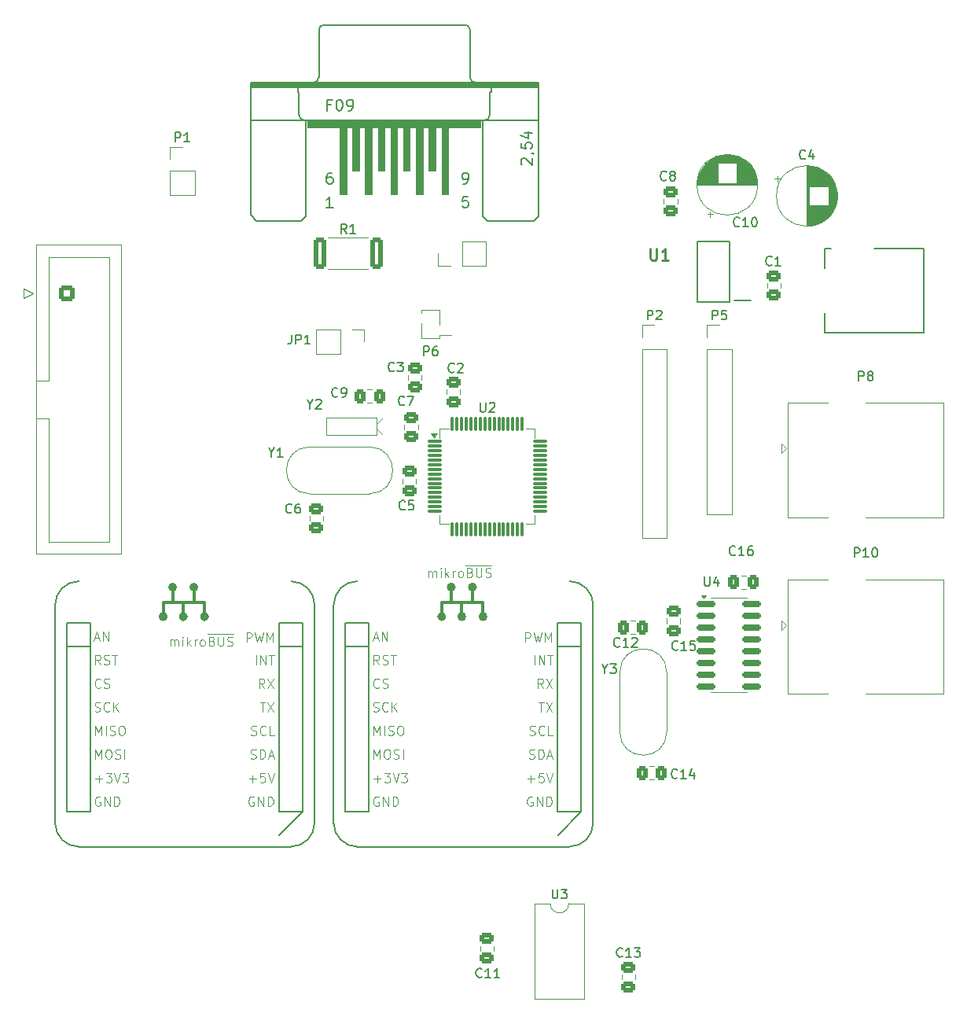
<source format=gto>
G04 #@! TF.GenerationSoftware,KiCad,Pcbnew,8.0.6*
G04 #@! TF.CreationDate,2025-01-17T22:38:05-05:00*
G04 #@! TF.ProjectId,board_stm32_rev2,626f6172-645f-4737-946d-33325f726576,rev?*
G04 #@! TF.SameCoordinates,Original*
G04 #@! TF.FileFunction,Legend,Top*
G04 #@! TF.FilePolarity,Positive*
%FSLAX46Y46*%
G04 Gerber Fmt 4.6, Leading zero omitted, Abs format (unit mm)*
G04 Created by KiCad (PCBNEW 8.0.6) date 2025-01-17 22:38:05*
%MOMM*%
%LPD*%
G01*
G04 APERTURE LIST*
G04 Aperture macros list*
%AMRoundRect*
0 Rectangle with rounded corners*
0 $1 Rounding radius*
0 $2 $3 $4 $5 $6 $7 $8 $9 X,Y pos of 4 corners*
0 Add a 4 corners polygon primitive as box body*
4,1,4,$2,$3,$4,$5,$6,$7,$8,$9,$2,$3,0*
0 Add four circle primitives for the rounded corners*
1,1,$1+$1,$2,$3*
1,1,$1+$1,$4,$5*
1,1,$1+$1,$6,$7*
1,1,$1+$1,$8,$9*
0 Add four rect primitives between the rounded corners*
20,1,$1+$1,$2,$3,$4,$5,0*
20,1,$1+$1,$4,$5,$6,$7,0*
20,1,$1+$1,$6,$7,$8,$9,0*
20,1,$1+$1,$8,$9,$2,$3,0*%
G04 Aperture macros list end*
%ADD10C,0.150000*%
%ADD11C,0.100000*%
%ADD12C,0.254000*%
%ADD13C,0.127000*%
%ADD14C,0.120000*%
%ADD15C,0.203200*%
%ADD16C,0.304800*%
%ADD17C,0.508000*%
%ADD18C,0.200000*%
%ADD19C,0.152400*%
%ADD20C,0.000000*%
%ADD21C,4.700000*%
%ADD22RoundRect,0.250000X0.475000X-0.337500X0.475000X0.337500X-0.475000X0.337500X-0.475000X-0.337500X0*%
%ADD23R,1.700000X1.700000*%
%ADD24C,1.700000*%
%ADD25C,3.500000*%
%ADD26C,4.419600*%
%ADD27RoundRect,0.250000X-0.475000X0.337500X-0.475000X-0.337500X0.475000X-0.337500X0.475000X0.337500X0*%
%ADD28R,1.800000X0.650000*%
%ADD29RoundRect,0.075000X-0.700000X-0.075000X0.700000X-0.075000X0.700000X0.075000X-0.700000X0.075000X0*%
%ADD30RoundRect,0.075000X-0.075000X-0.700000X0.075000X-0.700000X0.075000X0.700000X-0.075000X0.700000X0*%
%ADD31RoundRect,0.250000X0.337500X0.475000X-0.337500X0.475000X-0.337500X-0.475000X0.337500X-0.475000X0*%
%ADD32RoundRect,0.250000X-0.337500X-0.475000X0.337500X-0.475000X0.337500X0.475000X-0.337500X0.475000X0*%
%ADD33RoundRect,0.250000X-0.600000X-0.600000X0.600000X-0.600000X0.600000X0.600000X-0.600000X0.600000X0*%
%ADD34R,1.676400X1.676400*%
%ADD35C,1.524000*%
%ADD36R,1.524000X1.524000*%
%ADD37R,1.600000X1.600000*%
%ADD38O,1.600000X1.600000*%
%ADD39RoundRect,0.150000X-0.825000X-0.150000X0.825000X-0.150000X0.825000X0.150000X-0.825000X0.150000X0*%
%ADD40C,1.500000*%
%ADD41C,1.000000*%
%ADD42O,1.700000X1.700000*%
%ADD43C,1.600000*%
%ADD44RoundRect,0.249999X-0.450001X-1.425001X0.450001X-1.425001X0.450001X1.425001X-0.450001X1.425001X0*%
%ADD45R,1.750000X0.950000*%
%ADD46R,1.750000X3.200000*%
%ADD47C,1.625600*%
%ADD48C,5.181600*%
G04 APERTURE END LIST*
D10*
X160633333Y-67209580D02*
X160585714Y-67257200D01*
X160585714Y-67257200D02*
X160442857Y-67304819D01*
X160442857Y-67304819D02*
X160347619Y-67304819D01*
X160347619Y-67304819D02*
X160204762Y-67257200D01*
X160204762Y-67257200D02*
X160109524Y-67161961D01*
X160109524Y-67161961D02*
X160061905Y-67066723D01*
X160061905Y-67066723D02*
X160014286Y-66876247D01*
X160014286Y-66876247D02*
X160014286Y-66733390D01*
X160014286Y-66733390D02*
X160061905Y-66542914D01*
X160061905Y-66542914D02*
X160109524Y-66447676D01*
X160109524Y-66447676D02*
X160204762Y-66352438D01*
X160204762Y-66352438D02*
X160347619Y-66304819D01*
X160347619Y-66304819D02*
X160442857Y-66304819D01*
X160442857Y-66304819D02*
X160585714Y-66352438D01*
X160585714Y-66352438D02*
X160633333Y-66400057D01*
X161585714Y-67304819D02*
X161014286Y-67304819D01*
X161300000Y-67304819D02*
X161300000Y-66304819D01*
X161300000Y-66304819D02*
X161204762Y-66447676D01*
X161204762Y-66447676D02*
X161109524Y-66542914D01*
X161109524Y-66542914D02*
X161014286Y-66590533D01*
X170021905Y-79684819D02*
X170021905Y-78684819D01*
X170021905Y-78684819D02*
X170402857Y-78684819D01*
X170402857Y-78684819D02*
X170498095Y-78732438D01*
X170498095Y-78732438D02*
X170545714Y-78780057D01*
X170545714Y-78780057D02*
X170593333Y-78875295D01*
X170593333Y-78875295D02*
X170593333Y-79018152D01*
X170593333Y-79018152D02*
X170545714Y-79113390D01*
X170545714Y-79113390D02*
X170498095Y-79161009D01*
X170498095Y-79161009D02*
X170402857Y-79208628D01*
X170402857Y-79208628D02*
X170021905Y-79208628D01*
X171164762Y-79113390D02*
X171069524Y-79065771D01*
X171069524Y-79065771D02*
X171021905Y-79018152D01*
X171021905Y-79018152D02*
X170974286Y-78922914D01*
X170974286Y-78922914D02*
X170974286Y-78875295D01*
X170974286Y-78875295D02*
X171021905Y-78780057D01*
X171021905Y-78780057D02*
X171069524Y-78732438D01*
X171069524Y-78732438D02*
X171164762Y-78684819D01*
X171164762Y-78684819D02*
X171355238Y-78684819D01*
X171355238Y-78684819D02*
X171450476Y-78732438D01*
X171450476Y-78732438D02*
X171498095Y-78780057D01*
X171498095Y-78780057D02*
X171545714Y-78875295D01*
X171545714Y-78875295D02*
X171545714Y-78922914D01*
X171545714Y-78922914D02*
X171498095Y-79018152D01*
X171498095Y-79018152D02*
X171450476Y-79065771D01*
X171450476Y-79065771D02*
X171355238Y-79113390D01*
X171355238Y-79113390D02*
X171164762Y-79113390D01*
X171164762Y-79113390D02*
X171069524Y-79161009D01*
X171069524Y-79161009D02*
X171021905Y-79208628D01*
X171021905Y-79208628D02*
X170974286Y-79303866D01*
X170974286Y-79303866D02*
X170974286Y-79494342D01*
X170974286Y-79494342D02*
X171021905Y-79589580D01*
X171021905Y-79589580D02*
X171069524Y-79637200D01*
X171069524Y-79637200D02*
X171164762Y-79684819D01*
X171164762Y-79684819D02*
X171355238Y-79684819D01*
X171355238Y-79684819D02*
X171450476Y-79637200D01*
X171450476Y-79637200D02*
X171498095Y-79589580D01*
X171498095Y-79589580D02*
X171545714Y-79494342D01*
X171545714Y-79494342D02*
X171545714Y-79303866D01*
X171545714Y-79303866D02*
X171498095Y-79208628D01*
X171498095Y-79208628D02*
X171450476Y-79161009D01*
X171450476Y-79161009D02*
X171355238Y-79113390D01*
X144557142Y-141659580D02*
X144509523Y-141707200D01*
X144509523Y-141707200D02*
X144366666Y-141754819D01*
X144366666Y-141754819D02*
X144271428Y-141754819D01*
X144271428Y-141754819D02*
X144128571Y-141707200D01*
X144128571Y-141707200D02*
X144033333Y-141611961D01*
X144033333Y-141611961D02*
X143985714Y-141516723D01*
X143985714Y-141516723D02*
X143938095Y-141326247D01*
X143938095Y-141326247D02*
X143938095Y-141183390D01*
X143938095Y-141183390D02*
X143985714Y-140992914D01*
X143985714Y-140992914D02*
X144033333Y-140897676D01*
X144033333Y-140897676D02*
X144128571Y-140802438D01*
X144128571Y-140802438D02*
X144271428Y-140754819D01*
X144271428Y-140754819D02*
X144366666Y-140754819D01*
X144366666Y-140754819D02*
X144509523Y-140802438D01*
X144509523Y-140802438D02*
X144557142Y-140850057D01*
X145509523Y-141754819D02*
X144938095Y-141754819D01*
X145223809Y-141754819D02*
X145223809Y-140754819D01*
X145223809Y-140754819D02*
X145128571Y-140897676D01*
X145128571Y-140897676D02*
X145033333Y-140992914D01*
X145033333Y-140992914D02*
X144938095Y-141040533D01*
X145842857Y-140754819D02*
X146461904Y-140754819D01*
X146461904Y-140754819D02*
X146128571Y-141135771D01*
X146128571Y-141135771D02*
X146271428Y-141135771D01*
X146271428Y-141135771D02*
X146366666Y-141183390D01*
X146366666Y-141183390D02*
X146414285Y-141231009D01*
X146414285Y-141231009D02*
X146461904Y-141326247D01*
X146461904Y-141326247D02*
X146461904Y-141564342D01*
X146461904Y-141564342D02*
X146414285Y-141659580D01*
X146414285Y-141659580D02*
X146366666Y-141707200D01*
X146366666Y-141707200D02*
X146271428Y-141754819D01*
X146271428Y-141754819D02*
X145985714Y-141754819D01*
X145985714Y-141754819D02*
X145890476Y-141707200D01*
X145890476Y-141707200D02*
X145842857Y-141659580D01*
X126433333Y-78709580D02*
X126385714Y-78757200D01*
X126385714Y-78757200D02*
X126242857Y-78804819D01*
X126242857Y-78804819D02*
X126147619Y-78804819D01*
X126147619Y-78804819D02*
X126004762Y-78757200D01*
X126004762Y-78757200D02*
X125909524Y-78661961D01*
X125909524Y-78661961D02*
X125861905Y-78566723D01*
X125861905Y-78566723D02*
X125814286Y-78376247D01*
X125814286Y-78376247D02*
X125814286Y-78233390D01*
X125814286Y-78233390D02*
X125861905Y-78042914D01*
X125861905Y-78042914D02*
X125909524Y-77947676D01*
X125909524Y-77947676D02*
X126004762Y-77852438D01*
X126004762Y-77852438D02*
X126147619Y-77804819D01*
X126147619Y-77804819D02*
X126242857Y-77804819D01*
X126242857Y-77804819D02*
X126385714Y-77852438D01*
X126385714Y-77852438D02*
X126433333Y-77900057D01*
X126814286Y-77900057D02*
X126861905Y-77852438D01*
X126861905Y-77852438D02*
X126957143Y-77804819D01*
X126957143Y-77804819D02*
X127195238Y-77804819D01*
X127195238Y-77804819D02*
X127290476Y-77852438D01*
X127290476Y-77852438D02*
X127338095Y-77900057D01*
X127338095Y-77900057D02*
X127385714Y-77995295D01*
X127385714Y-77995295D02*
X127385714Y-78090533D01*
X127385714Y-78090533D02*
X127338095Y-78233390D01*
X127338095Y-78233390D02*
X126766667Y-78804819D01*
X126766667Y-78804819D02*
X127385714Y-78804819D01*
X129407142Y-143859580D02*
X129359523Y-143907200D01*
X129359523Y-143907200D02*
X129216666Y-143954819D01*
X129216666Y-143954819D02*
X129121428Y-143954819D01*
X129121428Y-143954819D02*
X128978571Y-143907200D01*
X128978571Y-143907200D02*
X128883333Y-143811961D01*
X128883333Y-143811961D02*
X128835714Y-143716723D01*
X128835714Y-143716723D02*
X128788095Y-143526247D01*
X128788095Y-143526247D02*
X128788095Y-143383390D01*
X128788095Y-143383390D02*
X128835714Y-143192914D01*
X128835714Y-143192914D02*
X128883333Y-143097676D01*
X128883333Y-143097676D02*
X128978571Y-143002438D01*
X128978571Y-143002438D02*
X129121428Y-142954819D01*
X129121428Y-142954819D02*
X129216666Y-142954819D01*
X129216666Y-142954819D02*
X129359523Y-143002438D01*
X129359523Y-143002438D02*
X129407142Y-143050057D01*
X130359523Y-143954819D02*
X129788095Y-143954819D01*
X130073809Y-143954819D02*
X130073809Y-142954819D01*
X130073809Y-142954819D02*
X129978571Y-143097676D01*
X129978571Y-143097676D02*
X129883333Y-143192914D01*
X129883333Y-143192914D02*
X129788095Y-143240533D01*
X131311904Y-143954819D02*
X130740476Y-143954819D01*
X131026190Y-143954819D02*
X131026190Y-142954819D01*
X131026190Y-142954819D02*
X130930952Y-143097676D01*
X130930952Y-143097676D02*
X130835714Y-143192914D01*
X130835714Y-143192914D02*
X130740476Y-143240533D01*
X119983333Y-78609580D02*
X119935714Y-78657200D01*
X119935714Y-78657200D02*
X119792857Y-78704819D01*
X119792857Y-78704819D02*
X119697619Y-78704819D01*
X119697619Y-78704819D02*
X119554762Y-78657200D01*
X119554762Y-78657200D02*
X119459524Y-78561961D01*
X119459524Y-78561961D02*
X119411905Y-78466723D01*
X119411905Y-78466723D02*
X119364286Y-78276247D01*
X119364286Y-78276247D02*
X119364286Y-78133390D01*
X119364286Y-78133390D02*
X119411905Y-77942914D01*
X119411905Y-77942914D02*
X119459524Y-77847676D01*
X119459524Y-77847676D02*
X119554762Y-77752438D01*
X119554762Y-77752438D02*
X119697619Y-77704819D01*
X119697619Y-77704819D02*
X119792857Y-77704819D01*
X119792857Y-77704819D02*
X119935714Y-77752438D01*
X119935714Y-77752438D02*
X119983333Y-77800057D01*
X120316667Y-77704819D02*
X120935714Y-77704819D01*
X120935714Y-77704819D02*
X120602381Y-78085771D01*
X120602381Y-78085771D02*
X120745238Y-78085771D01*
X120745238Y-78085771D02*
X120840476Y-78133390D01*
X120840476Y-78133390D02*
X120888095Y-78181009D01*
X120888095Y-78181009D02*
X120935714Y-78276247D01*
X120935714Y-78276247D02*
X120935714Y-78514342D01*
X120935714Y-78514342D02*
X120888095Y-78609580D01*
X120888095Y-78609580D02*
X120840476Y-78657200D01*
X120840476Y-78657200D02*
X120745238Y-78704819D01*
X120745238Y-78704819D02*
X120459524Y-78704819D01*
X120459524Y-78704819D02*
X120364286Y-78657200D01*
X120364286Y-78657200D02*
X120316667Y-78609580D01*
X123161905Y-76999819D02*
X123161905Y-75999819D01*
X123161905Y-75999819D02*
X123542857Y-75999819D01*
X123542857Y-75999819D02*
X123638095Y-76047438D01*
X123638095Y-76047438D02*
X123685714Y-76095057D01*
X123685714Y-76095057D02*
X123733333Y-76190295D01*
X123733333Y-76190295D02*
X123733333Y-76333152D01*
X123733333Y-76333152D02*
X123685714Y-76428390D01*
X123685714Y-76428390D02*
X123638095Y-76476009D01*
X123638095Y-76476009D02*
X123542857Y-76523628D01*
X123542857Y-76523628D02*
X123161905Y-76523628D01*
X124590476Y-75999819D02*
X124400000Y-75999819D01*
X124400000Y-75999819D02*
X124304762Y-76047438D01*
X124304762Y-76047438D02*
X124257143Y-76095057D01*
X124257143Y-76095057D02*
X124161905Y-76237914D01*
X124161905Y-76237914D02*
X124114286Y-76428390D01*
X124114286Y-76428390D02*
X124114286Y-76809342D01*
X124114286Y-76809342D02*
X124161905Y-76904580D01*
X124161905Y-76904580D02*
X124209524Y-76952200D01*
X124209524Y-76952200D02*
X124304762Y-76999819D01*
X124304762Y-76999819D02*
X124495238Y-76999819D01*
X124495238Y-76999819D02*
X124590476Y-76952200D01*
X124590476Y-76952200D02*
X124638095Y-76904580D01*
X124638095Y-76904580D02*
X124685714Y-76809342D01*
X124685714Y-76809342D02*
X124685714Y-76571247D01*
X124685714Y-76571247D02*
X124638095Y-76476009D01*
X124638095Y-76476009D02*
X124590476Y-76428390D01*
X124590476Y-76428390D02*
X124495238Y-76380771D01*
X124495238Y-76380771D02*
X124304762Y-76380771D01*
X124304762Y-76380771D02*
X124209524Y-76428390D01*
X124209524Y-76428390D02*
X124161905Y-76476009D01*
X124161905Y-76476009D02*
X124114286Y-76571247D01*
X129238095Y-82054819D02*
X129238095Y-82864342D01*
X129238095Y-82864342D02*
X129285714Y-82959580D01*
X129285714Y-82959580D02*
X129333333Y-83007200D01*
X129333333Y-83007200D02*
X129428571Y-83054819D01*
X129428571Y-83054819D02*
X129619047Y-83054819D01*
X129619047Y-83054819D02*
X129714285Y-83007200D01*
X129714285Y-83007200D02*
X129761904Y-82959580D01*
X129761904Y-82959580D02*
X129809523Y-82864342D01*
X129809523Y-82864342D02*
X129809523Y-82054819D01*
X130238095Y-82150057D02*
X130285714Y-82102438D01*
X130285714Y-82102438D02*
X130380952Y-82054819D01*
X130380952Y-82054819D02*
X130619047Y-82054819D01*
X130619047Y-82054819D02*
X130714285Y-82102438D01*
X130714285Y-82102438D02*
X130761904Y-82150057D01*
X130761904Y-82150057D02*
X130809523Y-82245295D01*
X130809523Y-82245295D02*
X130809523Y-82340533D01*
X130809523Y-82340533D02*
X130761904Y-82483390D01*
X130761904Y-82483390D02*
X130190476Y-83054819D01*
X130190476Y-83054819D02*
X130809523Y-83054819D01*
X121133333Y-93509580D02*
X121085714Y-93557200D01*
X121085714Y-93557200D02*
X120942857Y-93604819D01*
X120942857Y-93604819D02*
X120847619Y-93604819D01*
X120847619Y-93604819D02*
X120704762Y-93557200D01*
X120704762Y-93557200D02*
X120609524Y-93461961D01*
X120609524Y-93461961D02*
X120561905Y-93366723D01*
X120561905Y-93366723D02*
X120514286Y-93176247D01*
X120514286Y-93176247D02*
X120514286Y-93033390D01*
X120514286Y-93033390D02*
X120561905Y-92842914D01*
X120561905Y-92842914D02*
X120609524Y-92747676D01*
X120609524Y-92747676D02*
X120704762Y-92652438D01*
X120704762Y-92652438D02*
X120847619Y-92604819D01*
X120847619Y-92604819D02*
X120942857Y-92604819D01*
X120942857Y-92604819D02*
X121085714Y-92652438D01*
X121085714Y-92652438D02*
X121133333Y-92700057D01*
X122038095Y-92604819D02*
X121561905Y-92604819D01*
X121561905Y-92604819D02*
X121514286Y-93081009D01*
X121514286Y-93081009D02*
X121561905Y-93033390D01*
X121561905Y-93033390D02*
X121657143Y-92985771D01*
X121657143Y-92985771D02*
X121895238Y-92985771D01*
X121895238Y-92985771D02*
X121990476Y-93033390D01*
X121990476Y-93033390D02*
X122038095Y-93081009D01*
X122038095Y-93081009D02*
X122085714Y-93176247D01*
X122085714Y-93176247D02*
X122085714Y-93414342D01*
X122085714Y-93414342D02*
X122038095Y-93509580D01*
X122038095Y-93509580D02*
X121990476Y-93557200D01*
X121990476Y-93557200D02*
X121895238Y-93604819D01*
X121895238Y-93604819D02*
X121657143Y-93604819D01*
X121657143Y-93604819D02*
X121561905Y-93557200D01*
X121561905Y-93557200D02*
X121514286Y-93509580D01*
X108933333Y-93859580D02*
X108885714Y-93907200D01*
X108885714Y-93907200D02*
X108742857Y-93954819D01*
X108742857Y-93954819D02*
X108647619Y-93954819D01*
X108647619Y-93954819D02*
X108504762Y-93907200D01*
X108504762Y-93907200D02*
X108409524Y-93811961D01*
X108409524Y-93811961D02*
X108361905Y-93716723D01*
X108361905Y-93716723D02*
X108314286Y-93526247D01*
X108314286Y-93526247D02*
X108314286Y-93383390D01*
X108314286Y-93383390D02*
X108361905Y-93192914D01*
X108361905Y-93192914D02*
X108409524Y-93097676D01*
X108409524Y-93097676D02*
X108504762Y-93002438D01*
X108504762Y-93002438D02*
X108647619Y-92954819D01*
X108647619Y-92954819D02*
X108742857Y-92954819D01*
X108742857Y-92954819D02*
X108885714Y-93002438D01*
X108885714Y-93002438D02*
X108933333Y-93050057D01*
X109790476Y-92954819D02*
X109600000Y-92954819D01*
X109600000Y-92954819D02*
X109504762Y-93002438D01*
X109504762Y-93002438D02*
X109457143Y-93050057D01*
X109457143Y-93050057D02*
X109361905Y-93192914D01*
X109361905Y-93192914D02*
X109314286Y-93383390D01*
X109314286Y-93383390D02*
X109314286Y-93764342D01*
X109314286Y-93764342D02*
X109361905Y-93859580D01*
X109361905Y-93859580D02*
X109409524Y-93907200D01*
X109409524Y-93907200D02*
X109504762Y-93954819D01*
X109504762Y-93954819D02*
X109695238Y-93954819D01*
X109695238Y-93954819D02*
X109790476Y-93907200D01*
X109790476Y-93907200D02*
X109838095Y-93859580D01*
X109838095Y-93859580D02*
X109885714Y-93764342D01*
X109885714Y-93764342D02*
X109885714Y-93526247D01*
X109885714Y-93526247D02*
X109838095Y-93431009D01*
X109838095Y-93431009D02*
X109790476Y-93383390D01*
X109790476Y-93383390D02*
X109695238Y-93335771D01*
X109695238Y-93335771D02*
X109504762Y-93335771D01*
X109504762Y-93335771D02*
X109409524Y-93383390D01*
X109409524Y-93383390D02*
X109361905Y-93431009D01*
X109361905Y-93431009D02*
X109314286Y-93526247D01*
X121083333Y-82259580D02*
X121035714Y-82307200D01*
X121035714Y-82307200D02*
X120892857Y-82354819D01*
X120892857Y-82354819D02*
X120797619Y-82354819D01*
X120797619Y-82354819D02*
X120654762Y-82307200D01*
X120654762Y-82307200D02*
X120559524Y-82211961D01*
X120559524Y-82211961D02*
X120511905Y-82116723D01*
X120511905Y-82116723D02*
X120464286Y-81926247D01*
X120464286Y-81926247D02*
X120464286Y-81783390D01*
X120464286Y-81783390D02*
X120511905Y-81592914D01*
X120511905Y-81592914D02*
X120559524Y-81497676D01*
X120559524Y-81497676D02*
X120654762Y-81402438D01*
X120654762Y-81402438D02*
X120797619Y-81354819D01*
X120797619Y-81354819D02*
X120892857Y-81354819D01*
X120892857Y-81354819D02*
X121035714Y-81402438D01*
X121035714Y-81402438D02*
X121083333Y-81450057D01*
X121416667Y-81354819D02*
X122083333Y-81354819D01*
X122083333Y-81354819D02*
X121654762Y-82354819D01*
X113883333Y-81359580D02*
X113835714Y-81407200D01*
X113835714Y-81407200D02*
X113692857Y-81454819D01*
X113692857Y-81454819D02*
X113597619Y-81454819D01*
X113597619Y-81454819D02*
X113454762Y-81407200D01*
X113454762Y-81407200D02*
X113359524Y-81311961D01*
X113359524Y-81311961D02*
X113311905Y-81216723D01*
X113311905Y-81216723D02*
X113264286Y-81026247D01*
X113264286Y-81026247D02*
X113264286Y-80883390D01*
X113264286Y-80883390D02*
X113311905Y-80692914D01*
X113311905Y-80692914D02*
X113359524Y-80597676D01*
X113359524Y-80597676D02*
X113454762Y-80502438D01*
X113454762Y-80502438D02*
X113597619Y-80454819D01*
X113597619Y-80454819D02*
X113692857Y-80454819D01*
X113692857Y-80454819D02*
X113835714Y-80502438D01*
X113835714Y-80502438D02*
X113883333Y-80550057D01*
X114359524Y-81454819D02*
X114550000Y-81454819D01*
X114550000Y-81454819D02*
X114645238Y-81407200D01*
X114645238Y-81407200D02*
X114692857Y-81359580D01*
X114692857Y-81359580D02*
X114788095Y-81216723D01*
X114788095Y-81216723D02*
X114835714Y-81026247D01*
X114835714Y-81026247D02*
X114835714Y-80645295D01*
X114835714Y-80645295D02*
X114788095Y-80550057D01*
X114788095Y-80550057D02*
X114740476Y-80502438D01*
X114740476Y-80502438D02*
X114645238Y-80454819D01*
X114645238Y-80454819D02*
X114454762Y-80454819D01*
X114454762Y-80454819D02*
X114359524Y-80502438D01*
X114359524Y-80502438D02*
X114311905Y-80550057D01*
X114311905Y-80550057D02*
X114264286Y-80645295D01*
X114264286Y-80645295D02*
X114264286Y-80883390D01*
X114264286Y-80883390D02*
X114311905Y-80978628D01*
X114311905Y-80978628D02*
X114359524Y-81026247D01*
X114359524Y-81026247D02*
X114454762Y-81073866D01*
X114454762Y-81073866D02*
X114645238Y-81073866D01*
X114645238Y-81073866D02*
X114740476Y-81026247D01*
X114740476Y-81026247D02*
X114788095Y-80978628D01*
X114788095Y-80978628D02*
X114835714Y-80883390D01*
X144257142Y-108259580D02*
X144209523Y-108307200D01*
X144209523Y-108307200D02*
X144066666Y-108354819D01*
X144066666Y-108354819D02*
X143971428Y-108354819D01*
X143971428Y-108354819D02*
X143828571Y-108307200D01*
X143828571Y-108307200D02*
X143733333Y-108211961D01*
X143733333Y-108211961D02*
X143685714Y-108116723D01*
X143685714Y-108116723D02*
X143638095Y-107926247D01*
X143638095Y-107926247D02*
X143638095Y-107783390D01*
X143638095Y-107783390D02*
X143685714Y-107592914D01*
X143685714Y-107592914D02*
X143733333Y-107497676D01*
X143733333Y-107497676D02*
X143828571Y-107402438D01*
X143828571Y-107402438D02*
X143971428Y-107354819D01*
X143971428Y-107354819D02*
X144066666Y-107354819D01*
X144066666Y-107354819D02*
X144209523Y-107402438D01*
X144209523Y-107402438D02*
X144257142Y-107450057D01*
X145209523Y-108354819D02*
X144638095Y-108354819D01*
X144923809Y-108354819D02*
X144923809Y-107354819D01*
X144923809Y-107354819D02*
X144828571Y-107497676D01*
X144828571Y-107497676D02*
X144733333Y-107592914D01*
X144733333Y-107592914D02*
X144638095Y-107640533D01*
X145590476Y-107450057D02*
X145638095Y-107402438D01*
X145638095Y-107402438D02*
X145733333Y-107354819D01*
X145733333Y-107354819D02*
X145971428Y-107354819D01*
X145971428Y-107354819D02*
X146066666Y-107402438D01*
X146066666Y-107402438D02*
X146114285Y-107450057D01*
X146114285Y-107450057D02*
X146161904Y-107545295D01*
X146161904Y-107545295D02*
X146161904Y-107640533D01*
X146161904Y-107640533D02*
X146114285Y-107783390D01*
X146114285Y-107783390D02*
X145542857Y-108354819D01*
X145542857Y-108354819D02*
X146161904Y-108354819D01*
X150457142Y-122409580D02*
X150409523Y-122457200D01*
X150409523Y-122457200D02*
X150266666Y-122504819D01*
X150266666Y-122504819D02*
X150171428Y-122504819D01*
X150171428Y-122504819D02*
X150028571Y-122457200D01*
X150028571Y-122457200D02*
X149933333Y-122361961D01*
X149933333Y-122361961D02*
X149885714Y-122266723D01*
X149885714Y-122266723D02*
X149838095Y-122076247D01*
X149838095Y-122076247D02*
X149838095Y-121933390D01*
X149838095Y-121933390D02*
X149885714Y-121742914D01*
X149885714Y-121742914D02*
X149933333Y-121647676D01*
X149933333Y-121647676D02*
X150028571Y-121552438D01*
X150028571Y-121552438D02*
X150171428Y-121504819D01*
X150171428Y-121504819D02*
X150266666Y-121504819D01*
X150266666Y-121504819D02*
X150409523Y-121552438D01*
X150409523Y-121552438D02*
X150457142Y-121600057D01*
X151409523Y-122504819D02*
X150838095Y-122504819D01*
X151123809Y-122504819D02*
X151123809Y-121504819D01*
X151123809Y-121504819D02*
X151028571Y-121647676D01*
X151028571Y-121647676D02*
X150933333Y-121742914D01*
X150933333Y-121742914D02*
X150838095Y-121790533D01*
X152266666Y-121838152D02*
X152266666Y-122504819D01*
X152028571Y-121457200D02*
X151790476Y-122171485D01*
X151790476Y-122171485D02*
X152409523Y-122171485D01*
X156707142Y-98409580D02*
X156659523Y-98457200D01*
X156659523Y-98457200D02*
X156516666Y-98504819D01*
X156516666Y-98504819D02*
X156421428Y-98504819D01*
X156421428Y-98504819D02*
X156278571Y-98457200D01*
X156278571Y-98457200D02*
X156183333Y-98361961D01*
X156183333Y-98361961D02*
X156135714Y-98266723D01*
X156135714Y-98266723D02*
X156088095Y-98076247D01*
X156088095Y-98076247D02*
X156088095Y-97933390D01*
X156088095Y-97933390D02*
X156135714Y-97742914D01*
X156135714Y-97742914D02*
X156183333Y-97647676D01*
X156183333Y-97647676D02*
X156278571Y-97552438D01*
X156278571Y-97552438D02*
X156421428Y-97504819D01*
X156421428Y-97504819D02*
X156516666Y-97504819D01*
X156516666Y-97504819D02*
X156659523Y-97552438D01*
X156659523Y-97552438D02*
X156707142Y-97600057D01*
X157659523Y-98504819D02*
X157088095Y-98504819D01*
X157373809Y-98504819D02*
X157373809Y-97504819D01*
X157373809Y-97504819D02*
X157278571Y-97647676D01*
X157278571Y-97647676D02*
X157183333Y-97742914D01*
X157183333Y-97742914D02*
X157088095Y-97790533D01*
X158516666Y-97504819D02*
X158326190Y-97504819D01*
X158326190Y-97504819D02*
X158230952Y-97552438D01*
X158230952Y-97552438D02*
X158183333Y-97600057D01*
X158183333Y-97600057D02*
X158088095Y-97742914D01*
X158088095Y-97742914D02*
X158040476Y-97933390D01*
X158040476Y-97933390D02*
X158040476Y-98314342D01*
X158040476Y-98314342D02*
X158088095Y-98409580D01*
X158088095Y-98409580D02*
X158135714Y-98457200D01*
X158135714Y-98457200D02*
X158230952Y-98504819D01*
X158230952Y-98504819D02*
X158421428Y-98504819D01*
X158421428Y-98504819D02*
X158516666Y-98457200D01*
X158516666Y-98457200D02*
X158564285Y-98409580D01*
X158564285Y-98409580D02*
X158611904Y-98314342D01*
X158611904Y-98314342D02*
X158611904Y-98076247D01*
X158611904Y-98076247D02*
X158564285Y-97981009D01*
X158564285Y-97981009D02*
X158516666Y-97933390D01*
X158516666Y-97933390D02*
X158421428Y-97885771D01*
X158421428Y-97885771D02*
X158230952Y-97885771D01*
X158230952Y-97885771D02*
X158135714Y-97933390D01*
X158135714Y-97933390D02*
X158088095Y-97981009D01*
X158088095Y-97981009D02*
X158040476Y-98076247D01*
X150507142Y-108609580D02*
X150459523Y-108657200D01*
X150459523Y-108657200D02*
X150316666Y-108704819D01*
X150316666Y-108704819D02*
X150221428Y-108704819D01*
X150221428Y-108704819D02*
X150078571Y-108657200D01*
X150078571Y-108657200D02*
X149983333Y-108561961D01*
X149983333Y-108561961D02*
X149935714Y-108466723D01*
X149935714Y-108466723D02*
X149888095Y-108276247D01*
X149888095Y-108276247D02*
X149888095Y-108133390D01*
X149888095Y-108133390D02*
X149935714Y-107942914D01*
X149935714Y-107942914D02*
X149983333Y-107847676D01*
X149983333Y-107847676D02*
X150078571Y-107752438D01*
X150078571Y-107752438D02*
X150221428Y-107704819D01*
X150221428Y-107704819D02*
X150316666Y-107704819D01*
X150316666Y-107704819D02*
X150459523Y-107752438D01*
X150459523Y-107752438D02*
X150507142Y-107800057D01*
X151459523Y-108704819D02*
X150888095Y-108704819D01*
X151173809Y-108704819D02*
X151173809Y-107704819D01*
X151173809Y-107704819D02*
X151078571Y-107847676D01*
X151078571Y-107847676D02*
X150983333Y-107942914D01*
X150983333Y-107942914D02*
X150888095Y-107990533D01*
X152364285Y-107704819D02*
X151888095Y-107704819D01*
X151888095Y-107704819D02*
X151840476Y-108181009D01*
X151840476Y-108181009D02*
X151888095Y-108133390D01*
X151888095Y-108133390D02*
X151983333Y-108085771D01*
X151983333Y-108085771D02*
X152221428Y-108085771D01*
X152221428Y-108085771D02*
X152316666Y-108133390D01*
X152316666Y-108133390D02*
X152364285Y-108181009D01*
X152364285Y-108181009D02*
X152411904Y-108276247D01*
X152411904Y-108276247D02*
X152411904Y-108514342D01*
X152411904Y-108514342D02*
X152364285Y-108609580D01*
X152364285Y-108609580D02*
X152316666Y-108657200D01*
X152316666Y-108657200D02*
X152221428Y-108704819D01*
X152221428Y-108704819D02*
X151983333Y-108704819D01*
X151983333Y-108704819D02*
X151888095Y-108657200D01*
X151888095Y-108657200D02*
X151840476Y-108609580D01*
D11*
X135997533Y-112772419D02*
X135664200Y-112296228D01*
X135426105Y-112772419D02*
X135426105Y-111772419D01*
X135426105Y-111772419D02*
X135807057Y-111772419D01*
X135807057Y-111772419D02*
X135902295Y-111820038D01*
X135902295Y-111820038D02*
X135949914Y-111867657D01*
X135949914Y-111867657D02*
X135997533Y-111962895D01*
X135997533Y-111962895D02*
X135997533Y-112105752D01*
X135997533Y-112105752D02*
X135949914Y-112200990D01*
X135949914Y-112200990D02*
X135902295Y-112248609D01*
X135902295Y-112248609D02*
X135807057Y-112296228D01*
X135807057Y-112296228D02*
X135426105Y-112296228D01*
X136330867Y-111772419D02*
X136997533Y-112772419D01*
X136997533Y-111772419D02*
X136330867Y-112772419D01*
X117730476Y-107406704D02*
X118206666Y-107406704D01*
X117635238Y-107692419D02*
X117968571Y-106692419D01*
X117968571Y-106692419D02*
X118301904Y-107692419D01*
X118635238Y-107692419D02*
X118635238Y-106692419D01*
X118635238Y-106692419D02*
X119206666Y-107692419D01*
X119206666Y-107692419D02*
X119206666Y-106692419D01*
X134568962Y-117804800D02*
X134711819Y-117852419D01*
X134711819Y-117852419D02*
X134949914Y-117852419D01*
X134949914Y-117852419D02*
X135045152Y-117804800D01*
X135045152Y-117804800D02*
X135092771Y-117757180D01*
X135092771Y-117757180D02*
X135140390Y-117661942D01*
X135140390Y-117661942D02*
X135140390Y-117566704D01*
X135140390Y-117566704D02*
X135092771Y-117471466D01*
X135092771Y-117471466D02*
X135045152Y-117423847D01*
X135045152Y-117423847D02*
X134949914Y-117376228D01*
X134949914Y-117376228D02*
X134759438Y-117328609D01*
X134759438Y-117328609D02*
X134664200Y-117280990D01*
X134664200Y-117280990D02*
X134616581Y-117233371D01*
X134616581Y-117233371D02*
X134568962Y-117138133D01*
X134568962Y-117138133D02*
X134568962Y-117042895D01*
X134568962Y-117042895D02*
X134616581Y-116947657D01*
X134616581Y-116947657D02*
X134664200Y-116900038D01*
X134664200Y-116900038D02*
X134759438Y-116852419D01*
X134759438Y-116852419D02*
X134997533Y-116852419D01*
X134997533Y-116852419D02*
X135140390Y-116900038D01*
X136140390Y-117757180D02*
X136092771Y-117804800D01*
X136092771Y-117804800D02*
X135949914Y-117852419D01*
X135949914Y-117852419D02*
X135854676Y-117852419D01*
X135854676Y-117852419D02*
X135711819Y-117804800D01*
X135711819Y-117804800D02*
X135616581Y-117709561D01*
X135616581Y-117709561D02*
X135568962Y-117614323D01*
X135568962Y-117614323D02*
X135521343Y-117423847D01*
X135521343Y-117423847D02*
X135521343Y-117280990D01*
X135521343Y-117280990D02*
X135568962Y-117090514D01*
X135568962Y-117090514D02*
X135616581Y-116995276D01*
X135616581Y-116995276D02*
X135711819Y-116900038D01*
X135711819Y-116900038D02*
X135854676Y-116852419D01*
X135854676Y-116852419D02*
X135949914Y-116852419D01*
X135949914Y-116852419D02*
X136092771Y-116900038D01*
X136092771Y-116900038D02*
X136140390Y-116947657D01*
X137045152Y-117852419D02*
X136568962Y-117852419D01*
X136568962Y-117852419D02*
X136568962Y-116852419D01*
X117778096Y-120392419D02*
X117778096Y-119392419D01*
X117778096Y-119392419D02*
X118111429Y-120106704D01*
X118111429Y-120106704D02*
X118444762Y-119392419D01*
X118444762Y-119392419D02*
X118444762Y-120392419D01*
X119111429Y-119392419D02*
X119301905Y-119392419D01*
X119301905Y-119392419D02*
X119397143Y-119440038D01*
X119397143Y-119440038D02*
X119492381Y-119535276D01*
X119492381Y-119535276D02*
X119540000Y-119725752D01*
X119540000Y-119725752D02*
X119540000Y-120059085D01*
X119540000Y-120059085D02*
X119492381Y-120249561D01*
X119492381Y-120249561D02*
X119397143Y-120344800D01*
X119397143Y-120344800D02*
X119301905Y-120392419D01*
X119301905Y-120392419D02*
X119111429Y-120392419D01*
X119111429Y-120392419D02*
X119016191Y-120344800D01*
X119016191Y-120344800D02*
X118920953Y-120249561D01*
X118920953Y-120249561D02*
X118873334Y-120059085D01*
X118873334Y-120059085D02*
X118873334Y-119725752D01*
X118873334Y-119725752D02*
X118920953Y-119535276D01*
X118920953Y-119535276D02*
X119016191Y-119440038D01*
X119016191Y-119440038D02*
X119111429Y-119392419D01*
X119920953Y-120344800D02*
X120063810Y-120392419D01*
X120063810Y-120392419D02*
X120301905Y-120392419D01*
X120301905Y-120392419D02*
X120397143Y-120344800D01*
X120397143Y-120344800D02*
X120444762Y-120297180D01*
X120444762Y-120297180D02*
X120492381Y-120201942D01*
X120492381Y-120201942D02*
X120492381Y-120106704D01*
X120492381Y-120106704D02*
X120444762Y-120011466D01*
X120444762Y-120011466D02*
X120397143Y-119963847D01*
X120397143Y-119963847D02*
X120301905Y-119916228D01*
X120301905Y-119916228D02*
X120111429Y-119868609D01*
X120111429Y-119868609D02*
X120016191Y-119820990D01*
X120016191Y-119820990D02*
X119968572Y-119773371D01*
X119968572Y-119773371D02*
X119920953Y-119678133D01*
X119920953Y-119678133D02*
X119920953Y-119582895D01*
X119920953Y-119582895D02*
X119968572Y-119487657D01*
X119968572Y-119487657D02*
X120016191Y-119440038D01*
X120016191Y-119440038D02*
X120111429Y-119392419D01*
X120111429Y-119392419D02*
X120349524Y-119392419D01*
X120349524Y-119392419D02*
X120492381Y-119440038D01*
X120920953Y-120392419D02*
X120920953Y-119392419D01*
X134092772Y-107819419D02*
X134092772Y-106819419D01*
X134092772Y-106819419D02*
X134473724Y-106819419D01*
X134473724Y-106819419D02*
X134568962Y-106867038D01*
X134568962Y-106867038D02*
X134616581Y-106914657D01*
X134616581Y-106914657D02*
X134664200Y-107009895D01*
X134664200Y-107009895D02*
X134664200Y-107152752D01*
X134664200Y-107152752D02*
X134616581Y-107247990D01*
X134616581Y-107247990D02*
X134568962Y-107295609D01*
X134568962Y-107295609D02*
X134473724Y-107343228D01*
X134473724Y-107343228D02*
X134092772Y-107343228D01*
X134997534Y-106819419D02*
X135235629Y-107819419D01*
X135235629Y-107819419D02*
X135426105Y-107105133D01*
X135426105Y-107105133D02*
X135616581Y-107819419D01*
X135616581Y-107819419D02*
X135854677Y-106819419D01*
X136235629Y-107819419D02*
X136235629Y-106819419D01*
X136235629Y-106819419D02*
X136568962Y-107533704D01*
X136568962Y-107533704D02*
X136902295Y-106819419D01*
X136902295Y-106819419D02*
X136902295Y-107819419D01*
X135521343Y-114312419D02*
X136092771Y-114312419D01*
X135807057Y-115312419D02*
X135807057Y-114312419D01*
X136330867Y-114312419D02*
X136997533Y-115312419D01*
X136997533Y-114312419D02*
X136330867Y-115312419D01*
X118301904Y-124520038D02*
X118206666Y-124472419D01*
X118206666Y-124472419D02*
X118063809Y-124472419D01*
X118063809Y-124472419D02*
X117920952Y-124520038D01*
X117920952Y-124520038D02*
X117825714Y-124615276D01*
X117825714Y-124615276D02*
X117778095Y-124710514D01*
X117778095Y-124710514D02*
X117730476Y-124900990D01*
X117730476Y-124900990D02*
X117730476Y-125043847D01*
X117730476Y-125043847D02*
X117778095Y-125234323D01*
X117778095Y-125234323D02*
X117825714Y-125329561D01*
X117825714Y-125329561D02*
X117920952Y-125424800D01*
X117920952Y-125424800D02*
X118063809Y-125472419D01*
X118063809Y-125472419D02*
X118159047Y-125472419D01*
X118159047Y-125472419D02*
X118301904Y-125424800D01*
X118301904Y-125424800D02*
X118349523Y-125377180D01*
X118349523Y-125377180D02*
X118349523Y-125043847D01*
X118349523Y-125043847D02*
X118159047Y-125043847D01*
X118778095Y-125472419D02*
X118778095Y-124472419D01*
X118778095Y-124472419D02*
X119349523Y-125472419D01*
X119349523Y-125472419D02*
X119349523Y-124472419D01*
X119825714Y-125472419D02*
X119825714Y-124472419D01*
X119825714Y-124472419D02*
X120063809Y-124472419D01*
X120063809Y-124472419D02*
X120206666Y-124520038D01*
X120206666Y-124520038D02*
X120301904Y-124615276D01*
X120301904Y-124615276D02*
X120349523Y-124710514D01*
X120349523Y-124710514D02*
X120397142Y-124900990D01*
X120397142Y-124900990D02*
X120397142Y-125043847D01*
X120397142Y-125043847D02*
X120349523Y-125234323D01*
X120349523Y-125234323D02*
X120301904Y-125329561D01*
X120301904Y-125329561D02*
X120206666Y-125424800D01*
X120206666Y-125424800D02*
X120063809Y-125472419D01*
X120063809Y-125472419D02*
X119825714Y-125472419D01*
X117778095Y-122551466D02*
X118540000Y-122551466D01*
X118159047Y-122932419D02*
X118159047Y-122170514D01*
X118920952Y-121932419D02*
X119539999Y-121932419D01*
X119539999Y-121932419D02*
X119206666Y-122313371D01*
X119206666Y-122313371D02*
X119349523Y-122313371D01*
X119349523Y-122313371D02*
X119444761Y-122360990D01*
X119444761Y-122360990D02*
X119492380Y-122408609D01*
X119492380Y-122408609D02*
X119539999Y-122503847D01*
X119539999Y-122503847D02*
X119539999Y-122741942D01*
X119539999Y-122741942D02*
X119492380Y-122837180D01*
X119492380Y-122837180D02*
X119444761Y-122884800D01*
X119444761Y-122884800D02*
X119349523Y-122932419D01*
X119349523Y-122932419D02*
X119063809Y-122932419D01*
X119063809Y-122932419D02*
X118968571Y-122884800D01*
X118968571Y-122884800D02*
X118920952Y-122837180D01*
X119825714Y-121932419D02*
X120159047Y-122932419D01*
X120159047Y-122932419D02*
X120492380Y-121932419D01*
X120730476Y-121932419D02*
X121349523Y-121932419D01*
X121349523Y-121932419D02*
X121016190Y-122313371D01*
X121016190Y-122313371D02*
X121159047Y-122313371D01*
X121159047Y-122313371D02*
X121254285Y-122360990D01*
X121254285Y-122360990D02*
X121301904Y-122408609D01*
X121301904Y-122408609D02*
X121349523Y-122503847D01*
X121349523Y-122503847D02*
X121349523Y-122741942D01*
X121349523Y-122741942D02*
X121301904Y-122837180D01*
X121301904Y-122837180D02*
X121254285Y-122884800D01*
X121254285Y-122884800D02*
X121159047Y-122932419D01*
X121159047Y-122932419D02*
X120873333Y-122932419D01*
X120873333Y-122932419D02*
X120778095Y-122884800D01*
X120778095Y-122884800D02*
X120730476Y-122837180D01*
X135092772Y-110232419D02*
X135092772Y-109232419D01*
X135568962Y-110232419D02*
X135568962Y-109232419D01*
X135568962Y-109232419D02*
X136140390Y-110232419D01*
X136140390Y-110232419D02*
X136140390Y-109232419D01*
X136473724Y-109232419D02*
X137045152Y-109232419D01*
X136759438Y-110232419D02*
X136759438Y-109232419D01*
X123666667Y-100857419D02*
X123666667Y-100190752D01*
X123666667Y-100285990D02*
X123714286Y-100238371D01*
X123714286Y-100238371D02*
X123809524Y-100190752D01*
X123809524Y-100190752D02*
X123952381Y-100190752D01*
X123952381Y-100190752D02*
X124047619Y-100238371D01*
X124047619Y-100238371D02*
X124095238Y-100333609D01*
X124095238Y-100333609D02*
X124095238Y-100857419D01*
X124095238Y-100333609D02*
X124142857Y-100238371D01*
X124142857Y-100238371D02*
X124238095Y-100190752D01*
X124238095Y-100190752D02*
X124380952Y-100190752D01*
X124380952Y-100190752D02*
X124476191Y-100238371D01*
X124476191Y-100238371D02*
X124523810Y-100333609D01*
X124523810Y-100333609D02*
X124523810Y-100857419D01*
X125000000Y-100857419D02*
X125000000Y-100190752D01*
X125000000Y-99857419D02*
X124952381Y-99905038D01*
X124952381Y-99905038D02*
X125000000Y-99952657D01*
X125000000Y-99952657D02*
X125047619Y-99905038D01*
X125047619Y-99905038D02*
X125000000Y-99857419D01*
X125000000Y-99857419D02*
X125000000Y-99952657D01*
X125476190Y-100857419D02*
X125476190Y-99857419D01*
X125571428Y-100476466D02*
X125857142Y-100857419D01*
X125857142Y-100190752D02*
X125476190Y-100571704D01*
X126285714Y-100857419D02*
X126285714Y-100190752D01*
X126285714Y-100381228D02*
X126333333Y-100285990D01*
X126333333Y-100285990D02*
X126380952Y-100238371D01*
X126380952Y-100238371D02*
X126476190Y-100190752D01*
X126476190Y-100190752D02*
X126571428Y-100190752D01*
X127047619Y-100857419D02*
X126952381Y-100809800D01*
X126952381Y-100809800D02*
X126904762Y-100762180D01*
X126904762Y-100762180D02*
X126857143Y-100666942D01*
X126857143Y-100666942D02*
X126857143Y-100381228D01*
X126857143Y-100381228D02*
X126904762Y-100285990D01*
X126904762Y-100285990D02*
X126952381Y-100238371D01*
X126952381Y-100238371D02*
X127047619Y-100190752D01*
X127047619Y-100190752D02*
X127190476Y-100190752D01*
X127190476Y-100190752D02*
X127285714Y-100238371D01*
X127285714Y-100238371D02*
X127333333Y-100285990D01*
X127333333Y-100285990D02*
X127380952Y-100381228D01*
X127380952Y-100381228D02*
X127380952Y-100666942D01*
X127380952Y-100666942D02*
X127333333Y-100762180D01*
X127333333Y-100762180D02*
X127285714Y-100809800D01*
X127285714Y-100809800D02*
X127190476Y-100857419D01*
X127190476Y-100857419D02*
X127047619Y-100857419D01*
X128142857Y-100333609D02*
X128285714Y-100381228D01*
X128285714Y-100381228D02*
X128333333Y-100428847D01*
X128333333Y-100428847D02*
X128380952Y-100524085D01*
X128380952Y-100524085D02*
X128380952Y-100666942D01*
X128380952Y-100666942D02*
X128333333Y-100762180D01*
X128333333Y-100762180D02*
X128285714Y-100809800D01*
X128285714Y-100809800D02*
X128190476Y-100857419D01*
X128190476Y-100857419D02*
X127809524Y-100857419D01*
X127809524Y-100857419D02*
X127809524Y-99857419D01*
X127809524Y-99857419D02*
X128142857Y-99857419D01*
X128142857Y-99857419D02*
X128238095Y-99905038D01*
X128238095Y-99905038D02*
X128285714Y-99952657D01*
X128285714Y-99952657D02*
X128333333Y-100047895D01*
X128333333Y-100047895D02*
X128333333Y-100143133D01*
X128333333Y-100143133D02*
X128285714Y-100238371D01*
X128285714Y-100238371D02*
X128238095Y-100285990D01*
X128238095Y-100285990D02*
X128142857Y-100333609D01*
X128142857Y-100333609D02*
X127809524Y-100333609D01*
X128809524Y-99857419D02*
X128809524Y-100666942D01*
X128809524Y-100666942D02*
X128857143Y-100762180D01*
X128857143Y-100762180D02*
X128904762Y-100809800D01*
X128904762Y-100809800D02*
X129000000Y-100857419D01*
X129000000Y-100857419D02*
X129190476Y-100857419D01*
X129190476Y-100857419D02*
X129285714Y-100809800D01*
X129285714Y-100809800D02*
X129333333Y-100762180D01*
X129333333Y-100762180D02*
X129380952Y-100666942D01*
X129380952Y-100666942D02*
X129380952Y-99857419D01*
X129809524Y-100809800D02*
X129952381Y-100857419D01*
X129952381Y-100857419D02*
X130190476Y-100857419D01*
X130190476Y-100857419D02*
X130285714Y-100809800D01*
X130285714Y-100809800D02*
X130333333Y-100762180D01*
X130333333Y-100762180D02*
X130380952Y-100666942D01*
X130380952Y-100666942D02*
X130380952Y-100571704D01*
X130380952Y-100571704D02*
X130333333Y-100476466D01*
X130333333Y-100476466D02*
X130285714Y-100428847D01*
X130285714Y-100428847D02*
X130190476Y-100381228D01*
X130190476Y-100381228D02*
X130000000Y-100333609D01*
X130000000Y-100333609D02*
X129904762Y-100285990D01*
X129904762Y-100285990D02*
X129857143Y-100238371D01*
X129857143Y-100238371D02*
X129809524Y-100143133D01*
X129809524Y-100143133D02*
X129809524Y-100047895D01*
X129809524Y-100047895D02*
X129857143Y-99952657D01*
X129857143Y-99952657D02*
X129904762Y-99905038D01*
X129904762Y-99905038D02*
X130000000Y-99857419D01*
X130000000Y-99857419D02*
X130238095Y-99857419D01*
X130238095Y-99857419D02*
X130380952Y-99905038D01*
X127671429Y-99579800D02*
X130471429Y-99579800D01*
X134330867Y-122551466D02*
X135092772Y-122551466D01*
X134711819Y-122932419D02*
X134711819Y-122170514D01*
X136045152Y-121932419D02*
X135568962Y-121932419D01*
X135568962Y-121932419D02*
X135521343Y-122408609D01*
X135521343Y-122408609D02*
X135568962Y-122360990D01*
X135568962Y-122360990D02*
X135664200Y-122313371D01*
X135664200Y-122313371D02*
X135902295Y-122313371D01*
X135902295Y-122313371D02*
X135997533Y-122360990D01*
X135997533Y-122360990D02*
X136045152Y-122408609D01*
X136045152Y-122408609D02*
X136092771Y-122503847D01*
X136092771Y-122503847D02*
X136092771Y-122741942D01*
X136092771Y-122741942D02*
X136045152Y-122837180D01*
X136045152Y-122837180D02*
X135997533Y-122884800D01*
X135997533Y-122884800D02*
X135902295Y-122932419D01*
X135902295Y-122932419D02*
X135664200Y-122932419D01*
X135664200Y-122932419D02*
X135568962Y-122884800D01*
X135568962Y-122884800D02*
X135521343Y-122837180D01*
X136378486Y-121932419D02*
X136711819Y-122932419D01*
X136711819Y-122932419D02*
X137045152Y-121932419D01*
X117778096Y-117852419D02*
X117778096Y-116852419D01*
X117778096Y-116852419D02*
X118111429Y-117566704D01*
X118111429Y-117566704D02*
X118444762Y-116852419D01*
X118444762Y-116852419D02*
X118444762Y-117852419D01*
X118920953Y-117852419D02*
X118920953Y-116852419D01*
X119349524Y-117804800D02*
X119492381Y-117852419D01*
X119492381Y-117852419D02*
X119730476Y-117852419D01*
X119730476Y-117852419D02*
X119825714Y-117804800D01*
X119825714Y-117804800D02*
X119873333Y-117757180D01*
X119873333Y-117757180D02*
X119920952Y-117661942D01*
X119920952Y-117661942D02*
X119920952Y-117566704D01*
X119920952Y-117566704D02*
X119873333Y-117471466D01*
X119873333Y-117471466D02*
X119825714Y-117423847D01*
X119825714Y-117423847D02*
X119730476Y-117376228D01*
X119730476Y-117376228D02*
X119540000Y-117328609D01*
X119540000Y-117328609D02*
X119444762Y-117280990D01*
X119444762Y-117280990D02*
X119397143Y-117233371D01*
X119397143Y-117233371D02*
X119349524Y-117138133D01*
X119349524Y-117138133D02*
X119349524Y-117042895D01*
X119349524Y-117042895D02*
X119397143Y-116947657D01*
X119397143Y-116947657D02*
X119444762Y-116900038D01*
X119444762Y-116900038D02*
X119540000Y-116852419D01*
X119540000Y-116852419D02*
X119778095Y-116852419D01*
X119778095Y-116852419D02*
X119920952Y-116900038D01*
X120540000Y-116852419D02*
X120730476Y-116852419D01*
X120730476Y-116852419D02*
X120825714Y-116900038D01*
X120825714Y-116900038D02*
X120920952Y-116995276D01*
X120920952Y-116995276D02*
X120968571Y-117185752D01*
X120968571Y-117185752D02*
X120968571Y-117519085D01*
X120968571Y-117519085D02*
X120920952Y-117709561D01*
X120920952Y-117709561D02*
X120825714Y-117804800D01*
X120825714Y-117804800D02*
X120730476Y-117852419D01*
X120730476Y-117852419D02*
X120540000Y-117852419D01*
X120540000Y-117852419D02*
X120444762Y-117804800D01*
X120444762Y-117804800D02*
X120349524Y-117709561D01*
X120349524Y-117709561D02*
X120301905Y-117519085D01*
X120301905Y-117519085D02*
X120301905Y-117185752D01*
X120301905Y-117185752D02*
X120349524Y-116995276D01*
X120349524Y-116995276D02*
X120444762Y-116900038D01*
X120444762Y-116900038D02*
X120540000Y-116852419D01*
X134854676Y-124520038D02*
X134759438Y-124472419D01*
X134759438Y-124472419D02*
X134616581Y-124472419D01*
X134616581Y-124472419D02*
X134473724Y-124520038D01*
X134473724Y-124520038D02*
X134378486Y-124615276D01*
X134378486Y-124615276D02*
X134330867Y-124710514D01*
X134330867Y-124710514D02*
X134283248Y-124900990D01*
X134283248Y-124900990D02*
X134283248Y-125043847D01*
X134283248Y-125043847D02*
X134330867Y-125234323D01*
X134330867Y-125234323D02*
X134378486Y-125329561D01*
X134378486Y-125329561D02*
X134473724Y-125424800D01*
X134473724Y-125424800D02*
X134616581Y-125472419D01*
X134616581Y-125472419D02*
X134711819Y-125472419D01*
X134711819Y-125472419D02*
X134854676Y-125424800D01*
X134854676Y-125424800D02*
X134902295Y-125377180D01*
X134902295Y-125377180D02*
X134902295Y-125043847D01*
X134902295Y-125043847D02*
X134711819Y-125043847D01*
X135330867Y-125472419D02*
X135330867Y-124472419D01*
X135330867Y-124472419D02*
X135902295Y-125472419D01*
X135902295Y-125472419D02*
X135902295Y-124472419D01*
X136378486Y-125472419D02*
X136378486Y-124472419D01*
X136378486Y-124472419D02*
X136616581Y-124472419D01*
X136616581Y-124472419D02*
X136759438Y-124520038D01*
X136759438Y-124520038D02*
X136854676Y-124615276D01*
X136854676Y-124615276D02*
X136902295Y-124710514D01*
X136902295Y-124710514D02*
X136949914Y-124900990D01*
X136949914Y-124900990D02*
X136949914Y-125043847D01*
X136949914Y-125043847D02*
X136902295Y-125234323D01*
X136902295Y-125234323D02*
X136854676Y-125329561D01*
X136854676Y-125329561D02*
X136759438Y-125424800D01*
X136759438Y-125424800D02*
X136616581Y-125472419D01*
X136616581Y-125472419D02*
X136378486Y-125472419D01*
X118349523Y-110232419D02*
X118016190Y-109756228D01*
X117778095Y-110232419D02*
X117778095Y-109232419D01*
X117778095Y-109232419D02*
X118159047Y-109232419D01*
X118159047Y-109232419D02*
X118254285Y-109280038D01*
X118254285Y-109280038D02*
X118301904Y-109327657D01*
X118301904Y-109327657D02*
X118349523Y-109422895D01*
X118349523Y-109422895D02*
X118349523Y-109565752D01*
X118349523Y-109565752D02*
X118301904Y-109660990D01*
X118301904Y-109660990D02*
X118254285Y-109708609D01*
X118254285Y-109708609D02*
X118159047Y-109756228D01*
X118159047Y-109756228D02*
X117778095Y-109756228D01*
X118730476Y-110184800D02*
X118873333Y-110232419D01*
X118873333Y-110232419D02*
X119111428Y-110232419D01*
X119111428Y-110232419D02*
X119206666Y-110184800D01*
X119206666Y-110184800D02*
X119254285Y-110137180D01*
X119254285Y-110137180D02*
X119301904Y-110041942D01*
X119301904Y-110041942D02*
X119301904Y-109946704D01*
X119301904Y-109946704D02*
X119254285Y-109851466D01*
X119254285Y-109851466D02*
X119206666Y-109803847D01*
X119206666Y-109803847D02*
X119111428Y-109756228D01*
X119111428Y-109756228D02*
X118920952Y-109708609D01*
X118920952Y-109708609D02*
X118825714Y-109660990D01*
X118825714Y-109660990D02*
X118778095Y-109613371D01*
X118778095Y-109613371D02*
X118730476Y-109518133D01*
X118730476Y-109518133D02*
X118730476Y-109422895D01*
X118730476Y-109422895D02*
X118778095Y-109327657D01*
X118778095Y-109327657D02*
X118825714Y-109280038D01*
X118825714Y-109280038D02*
X118920952Y-109232419D01*
X118920952Y-109232419D02*
X119159047Y-109232419D01*
X119159047Y-109232419D02*
X119301904Y-109280038D01*
X119587619Y-109232419D02*
X120159047Y-109232419D01*
X119873333Y-110232419D02*
X119873333Y-109232419D01*
X117730476Y-115264800D02*
X117873333Y-115312419D01*
X117873333Y-115312419D02*
X118111428Y-115312419D01*
X118111428Y-115312419D02*
X118206666Y-115264800D01*
X118206666Y-115264800D02*
X118254285Y-115217180D01*
X118254285Y-115217180D02*
X118301904Y-115121942D01*
X118301904Y-115121942D02*
X118301904Y-115026704D01*
X118301904Y-115026704D02*
X118254285Y-114931466D01*
X118254285Y-114931466D02*
X118206666Y-114883847D01*
X118206666Y-114883847D02*
X118111428Y-114836228D01*
X118111428Y-114836228D02*
X117920952Y-114788609D01*
X117920952Y-114788609D02*
X117825714Y-114740990D01*
X117825714Y-114740990D02*
X117778095Y-114693371D01*
X117778095Y-114693371D02*
X117730476Y-114598133D01*
X117730476Y-114598133D02*
X117730476Y-114502895D01*
X117730476Y-114502895D02*
X117778095Y-114407657D01*
X117778095Y-114407657D02*
X117825714Y-114360038D01*
X117825714Y-114360038D02*
X117920952Y-114312419D01*
X117920952Y-114312419D02*
X118159047Y-114312419D01*
X118159047Y-114312419D02*
X118301904Y-114360038D01*
X119301904Y-115217180D02*
X119254285Y-115264800D01*
X119254285Y-115264800D02*
X119111428Y-115312419D01*
X119111428Y-115312419D02*
X119016190Y-115312419D01*
X119016190Y-115312419D02*
X118873333Y-115264800D01*
X118873333Y-115264800D02*
X118778095Y-115169561D01*
X118778095Y-115169561D02*
X118730476Y-115074323D01*
X118730476Y-115074323D02*
X118682857Y-114883847D01*
X118682857Y-114883847D02*
X118682857Y-114740990D01*
X118682857Y-114740990D02*
X118730476Y-114550514D01*
X118730476Y-114550514D02*
X118778095Y-114455276D01*
X118778095Y-114455276D02*
X118873333Y-114360038D01*
X118873333Y-114360038D02*
X119016190Y-114312419D01*
X119016190Y-114312419D02*
X119111428Y-114312419D01*
X119111428Y-114312419D02*
X119254285Y-114360038D01*
X119254285Y-114360038D02*
X119301904Y-114407657D01*
X119730476Y-115312419D02*
X119730476Y-114312419D01*
X120301904Y-115312419D02*
X119873333Y-114740990D01*
X120301904Y-114312419D02*
X119730476Y-114883847D01*
X134521343Y-120344800D02*
X134664200Y-120392419D01*
X134664200Y-120392419D02*
X134902295Y-120392419D01*
X134902295Y-120392419D02*
X134997533Y-120344800D01*
X134997533Y-120344800D02*
X135045152Y-120297180D01*
X135045152Y-120297180D02*
X135092771Y-120201942D01*
X135092771Y-120201942D02*
X135092771Y-120106704D01*
X135092771Y-120106704D02*
X135045152Y-120011466D01*
X135045152Y-120011466D02*
X134997533Y-119963847D01*
X134997533Y-119963847D02*
X134902295Y-119916228D01*
X134902295Y-119916228D02*
X134711819Y-119868609D01*
X134711819Y-119868609D02*
X134616581Y-119820990D01*
X134616581Y-119820990D02*
X134568962Y-119773371D01*
X134568962Y-119773371D02*
X134521343Y-119678133D01*
X134521343Y-119678133D02*
X134521343Y-119582895D01*
X134521343Y-119582895D02*
X134568962Y-119487657D01*
X134568962Y-119487657D02*
X134616581Y-119440038D01*
X134616581Y-119440038D02*
X134711819Y-119392419D01*
X134711819Y-119392419D02*
X134949914Y-119392419D01*
X134949914Y-119392419D02*
X135092771Y-119440038D01*
X135521343Y-120392419D02*
X135521343Y-119392419D01*
X135521343Y-119392419D02*
X135759438Y-119392419D01*
X135759438Y-119392419D02*
X135902295Y-119440038D01*
X135902295Y-119440038D02*
X135997533Y-119535276D01*
X135997533Y-119535276D02*
X136045152Y-119630514D01*
X136045152Y-119630514D02*
X136092771Y-119820990D01*
X136092771Y-119820990D02*
X136092771Y-119963847D01*
X136092771Y-119963847D02*
X136045152Y-120154323D01*
X136045152Y-120154323D02*
X135997533Y-120249561D01*
X135997533Y-120249561D02*
X135902295Y-120344800D01*
X135902295Y-120344800D02*
X135759438Y-120392419D01*
X135759438Y-120392419D02*
X135521343Y-120392419D01*
X136473724Y-120106704D02*
X136949914Y-120106704D01*
X136378486Y-120392419D02*
X136711819Y-119392419D01*
X136711819Y-119392419D02*
X137045152Y-120392419D01*
X118349523Y-112677180D02*
X118301904Y-112724800D01*
X118301904Y-112724800D02*
X118159047Y-112772419D01*
X118159047Y-112772419D02*
X118063809Y-112772419D01*
X118063809Y-112772419D02*
X117920952Y-112724800D01*
X117920952Y-112724800D02*
X117825714Y-112629561D01*
X117825714Y-112629561D02*
X117778095Y-112534323D01*
X117778095Y-112534323D02*
X117730476Y-112343847D01*
X117730476Y-112343847D02*
X117730476Y-112200990D01*
X117730476Y-112200990D02*
X117778095Y-112010514D01*
X117778095Y-112010514D02*
X117825714Y-111915276D01*
X117825714Y-111915276D02*
X117920952Y-111820038D01*
X117920952Y-111820038D02*
X118063809Y-111772419D01*
X118063809Y-111772419D02*
X118159047Y-111772419D01*
X118159047Y-111772419D02*
X118301904Y-111820038D01*
X118301904Y-111820038D02*
X118349523Y-111867657D01*
X118730476Y-112724800D02*
X118873333Y-112772419D01*
X118873333Y-112772419D02*
X119111428Y-112772419D01*
X119111428Y-112772419D02*
X119206666Y-112724800D01*
X119206666Y-112724800D02*
X119254285Y-112677180D01*
X119254285Y-112677180D02*
X119301904Y-112581942D01*
X119301904Y-112581942D02*
X119301904Y-112486704D01*
X119301904Y-112486704D02*
X119254285Y-112391466D01*
X119254285Y-112391466D02*
X119206666Y-112343847D01*
X119206666Y-112343847D02*
X119111428Y-112296228D01*
X119111428Y-112296228D02*
X118920952Y-112248609D01*
X118920952Y-112248609D02*
X118825714Y-112200990D01*
X118825714Y-112200990D02*
X118778095Y-112153371D01*
X118778095Y-112153371D02*
X118730476Y-112058133D01*
X118730476Y-112058133D02*
X118730476Y-111962895D01*
X118730476Y-111962895D02*
X118778095Y-111867657D01*
X118778095Y-111867657D02*
X118825714Y-111820038D01*
X118825714Y-111820038D02*
X118920952Y-111772419D01*
X118920952Y-111772419D02*
X119159047Y-111772419D01*
X119159047Y-111772419D02*
X119301904Y-111820038D01*
X105997533Y-112772419D02*
X105664200Y-112296228D01*
X105426105Y-112772419D02*
X105426105Y-111772419D01*
X105426105Y-111772419D02*
X105807057Y-111772419D01*
X105807057Y-111772419D02*
X105902295Y-111820038D01*
X105902295Y-111820038D02*
X105949914Y-111867657D01*
X105949914Y-111867657D02*
X105997533Y-111962895D01*
X105997533Y-111962895D02*
X105997533Y-112105752D01*
X105997533Y-112105752D02*
X105949914Y-112200990D01*
X105949914Y-112200990D02*
X105902295Y-112248609D01*
X105902295Y-112248609D02*
X105807057Y-112296228D01*
X105807057Y-112296228D02*
X105426105Y-112296228D01*
X106330867Y-111772419D02*
X106997533Y-112772419D01*
X106997533Y-111772419D02*
X106330867Y-112772419D01*
X104330867Y-122551466D02*
X105092772Y-122551466D01*
X104711819Y-122932419D02*
X104711819Y-122170514D01*
X106045152Y-121932419D02*
X105568962Y-121932419D01*
X105568962Y-121932419D02*
X105521343Y-122408609D01*
X105521343Y-122408609D02*
X105568962Y-122360990D01*
X105568962Y-122360990D02*
X105664200Y-122313371D01*
X105664200Y-122313371D02*
X105902295Y-122313371D01*
X105902295Y-122313371D02*
X105997533Y-122360990D01*
X105997533Y-122360990D02*
X106045152Y-122408609D01*
X106045152Y-122408609D02*
X106092771Y-122503847D01*
X106092771Y-122503847D02*
X106092771Y-122741942D01*
X106092771Y-122741942D02*
X106045152Y-122837180D01*
X106045152Y-122837180D02*
X105997533Y-122884800D01*
X105997533Y-122884800D02*
X105902295Y-122932419D01*
X105902295Y-122932419D02*
X105664200Y-122932419D01*
X105664200Y-122932419D02*
X105568962Y-122884800D01*
X105568962Y-122884800D02*
X105521343Y-122837180D01*
X106378486Y-121932419D02*
X106711819Y-122932419D01*
X106711819Y-122932419D02*
X107045152Y-121932419D01*
X104092772Y-107819419D02*
X104092772Y-106819419D01*
X104092772Y-106819419D02*
X104473724Y-106819419D01*
X104473724Y-106819419D02*
X104568962Y-106867038D01*
X104568962Y-106867038D02*
X104616581Y-106914657D01*
X104616581Y-106914657D02*
X104664200Y-107009895D01*
X104664200Y-107009895D02*
X104664200Y-107152752D01*
X104664200Y-107152752D02*
X104616581Y-107247990D01*
X104616581Y-107247990D02*
X104568962Y-107295609D01*
X104568962Y-107295609D02*
X104473724Y-107343228D01*
X104473724Y-107343228D02*
X104092772Y-107343228D01*
X104997534Y-106819419D02*
X105235629Y-107819419D01*
X105235629Y-107819419D02*
X105426105Y-107105133D01*
X105426105Y-107105133D02*
X105616581Y-107819419D01*
X105616581Y-107819419D02*
X105854677Y-106819419D01*
X106235629Y-107819419D02*
X106235629Y-106819419D01*
X106235629Y-106819419D02*
X106568962Y-107533704D01*
X106568962Y-107533704D02*
X106902295Y-106819419D01*
X106902295Y-106819419D02*
X106902295Y-107819419D01*
X87778096Y-120392419D02*
X87778096Y-119392419D01*
X87778096Y-119392419D02*
X88111429Y-120106704D01*
X88111429Y-120106704D02*
X88444762Y-119392419D01*
X88444762Y-119392419D02*
X88444762Y-120392419D01*
X89111429Y-119392419D02*
X89301905Y-119392419D01*
X89301905Y-119392419D02*
X89397143Y-119440038D01*
X89397143Y-119440038D02*
X89492381Y-119535276D01*
X89492381Y-119535276D02*
X89540000Y-119725752D01*
X89540000Y-119725752D02*
X89540000Y-120059085D01*
X89540000Y-120059085D02*
X89492381Y-120249561D01*
X89492381Y-120249561D02*
X89397143Y-120344800D01*
X89397143Y-120344800D02*
X89301905Y-120392419D01*
X89301905Y-120392419D02*
X89111429Y-120392419D01*
X89111429Y-120392419D02*
X89016191Y-120344800D01*
X89016191Y-120344800D02*
X88920953Y-120249561D01*
X88920953Y-120249561D02*
X88873334Y-120059085D01*
X88873334Y-120059085D02*
X88873334Y-119725752D01*
X88873334Y-119725752D02*
X88920953Y-119535276D01*
X88920953Y-119535276D02*
X89016191Y-119440038D01*
X89016191Y-119440038D02*
X89111429Y-119392419D01*
X89920953Y-120344800D02*
X90063810Y-120392419D01*
X90063810Y-120392419D02*
X90301905Y-120392419D01*
X90301905Y-120392419D02*
X90397143Y-120344800D01*
X90397143Y-120344800D02*
X90444762Y-120297180D01*
X90444762Y-120297180D02*
X90492381Y-120201942D01*
X90492381Y-120201942D02*
X90492381Y-120106704D01*
X90492381Y-120106704D02*
X90444762Y-120011466D01*
X90444762Y-120011466D02*
X90397143Y-119963847D01*
X90397143Y-119963847D02*
X90301905Y-119916228D01*
X90301905Y-119916228D02*
X90111429Y-119868609D01*
X90111429Y-119868609D02*
X90016191Y-119820990D01*
X90016191Y-119820990D02*
X89968572Y-119773371D01*
X89968572Y-119773371D02*
X89920953Y-119678133D01*
X89920953Y-119678133D02*
X89920953Y-119582895D01*
X89920953Y-119582895D02*
X89968572Y-119487657D01*
X89968572Y-119487657D02*
X90016191Y-119440038D01*
X90016191Y-119440038D02*
X90111429Y-119392419D01*
X90111429Y-119392419D02*
X90349524Y-119392419D01*
X90349524Y-119392419D02*
X90492381Y-119440038D01*
X90920953Y-120392419D02*
X90920953Y-119392419D01*
X87778096Y-117852419D02*
X87778096Y-116852419D01*
X87778096Y-116852419D02*
X88111429Y-117566704D01*
X88111429Y-117566704D02*
X88444762Y-116852419D01*
X88444762Y-116852419D02*
X88444762Y-117852419D01*
X88920953Y-117852419D02*
X88920953Y-116852419D01*
X89349524Y-117804800D02*
X89492381Y-117852419D01*
X89492381Y-117852419D02*
X89730476Y-117852419D01*
X89730476Y-117852419D02*
X89825714Y-117804800D01*
X89825714Y-117804800D02*
X89873333Y-117757180D01*
X89873333Y-117757180D02*
X89920952Y-117661942D01*
X89920952Y-117661942D02*
X89920952Y-117566704D01*
X89920952Y-117566704D02*
X89873333Y-117471466D01*
X89873333Y-117471466D02*
X89825714Y-117423847D01*
X89825714Y-117423847D02*
X89730476Y-117376228D01*
X89730476Y-117376228D02*
X89540000Y-117328609D01*
X89540000Y-117328609D02*
X89444762Y-117280990D01*
X89444762Y-117280990D02*
X89397143Y-117233371D01*
X89397143Y-117233371D02*
X89349524Y-117138133D01*
X89349524Y-117138133D02*
X89349524Y-117042895D01*
X89349524Y-117042895D02*
X89397143Y-116947657D01*
X89397143Y-116947657D02*
X89444762Y-116900038D01*
X89444762Y-116900038D02*
X89540000Y-116852419D01*
X89540000Y-116852419D02*
X89778095Y-116852419D01*
X89778095Y-116852419D02*
X89920952Y-116900038D01*
X90540000Y-116852419D02*
X90730476Y-116852419D01*
X90730476Y-116852419D02*
X90825714Y-116900038D01*
X90825714Y-116900038D02*
X90920952Y-116995276D01*
X90920952Y-116995276D02*
X90968571Y-117185752D01*
X90968571Y-117185752D02*
X90968571Y-117519085D01*
X90968571Y-117519085D02*
X90920952Y-117709561D01*
X90920952Y-117709561D02*
X90825714Y-117804800D01*
X90825714Y-117804800D02*
X90730476Y-117852419D01*
X90730476Y-117852419D02*
X90540000Y-117852419D01*
X90540000Y-117852419D02*
X90444762Y-117804800D01*
X90444762Y-117804800D02*
X90349524Y-117709561D01*
X90349524Y-117709561D02*
X90301905Y-117519085D01*
X90301905Y-117519085D02*
X90301905Y-117185752D01*
X90301905Y-117185752D02*
X90349524Y-116995276D01*
X90349524Y-116995276D02*
X90444762Y-116900038D01*
X90444762Y-116900038D02*
X90540000Y-116852419D01*
X104521343Y-120344800D02*
X104664200Y-120392419D01*
X104664200Y-120392419D02*
X104902295Y-120392419D01*
X104902295Y-120392419D02*
X104997533Y-120344800D01*
X104997533Y-120344800D02*
X105045152Y-120297180D01*
X105045152Y-120297180D02*
X105092771Y-120201942D01*
X105092771Y-120201942D02*
X105092771Y-120106704D01*
X105092771Y-120106704D02*
X105045152Y-120011466D01*
X105045152Y-120011466D02*
X104997533Y-119963847D01*
X104997533Y-119963847D02*
X104902295Y-119916228D01*
X104902295Y-119916228D02*
X104711819Y-119868609D01*
X104711819Y-119868609D02*
X104616581Y-119820990D01*
X104616581Y-119820990D02*
X104568962Y-119773371D01*
X104568962Y-119773371D02*
X104521343Y-119678133D01*
X104521343Y-119678133D02*
X104521343Y-119582895D01*
X104521343Y-119582895D02*
X104568962Y-119487657D01*
X104568962Y-119487657D02*
X104616581Y-119440038D01*
X104616581Y-119440038D02*
X104711819Y-119392419D01*
X104711819Y-119392419D02*
X104949914Y-119392419D01*
X104949914Y-119392419D02*
X105092771Y-119440038D01*
X105521343Y-120392419D02*
X105521343Y-119392419D01*
X105521343Y-119392419D02*
X105759438Y-119392419D01*
X105759438Y-119392419D02*
X105902295Y-119440038D01*
X105902295Y-119440038D02*
X105997533Y-119535276D01*
X105997533Y-119535276D02*
X106045152Y-119630514D01*
X106045152Y-119630514D02*
X106092771Y-119820990D01*
X106092771Y-119820990D02*
X106092771Y-119963847D01*
X106092771Y-119963847D02*
X106045152Y-120154323D01*
X106045152Y-120154323D02*
X105997533Y-120249561D01*
X105997533Y-120249561D02*
X105902295Y-120344800D01*
X105902295Y-120344800D02*
X105759438Y-120392419D01*
X105759438Y-120392419D02*
X105521343Y-120392419D01*
X106473724Y-120106704D02*
X106949914Y-120106704D01*
X106378486Y-120392419D02*
X106711819Y-119392419D01*
X106711819Y-119392419D02*
X107045152Y-120392419D01*
X88349523Y-110232419D02*
X88016190Y-109756228D01*
X87778095Y-110232419D02*
X87778095Y-109232419D01*
X87778095Y-109232419D02*
X88159047Y-109232419D01*
X88159047Y-109232419D02*
X88254285Y-109280038D01*
X88254285Y-109280038D02*
X88301904Y-109327657D01*
X88301904Y-109327657D02*
X88349523Y-109422895D01*
X88349523Y-109422895D02*
X88349523Y-109565752D01*
X88349523Y-109565752D02*
X88301904Y-109660990D01*
X88301904Y-109660990D02*
X88254285Y-109708609D01*
X88254285Y-109708609D02*
X88159047Y-109756228D01*
X88159047Y-109756228D02*
X87778095Y-109756228D01*
X88730476Y-110184800D02*
X88873333Y-110232419D01*
X88873333Y-110232419D02*
X89111428Y-110232419D01*
X89111428Y-110232419D02*
X89206666Y-110184800D01*
X89206666Y-110184800D02*
X89254285Y-110137180D01*
X89254285Y-110137180D02*
X89301904Y-110041942D01*
X89301904Y-110041942D02*
X89301904Y-109946704D01*
X89301904Y-109946704D02*
X89254285Y-109851466D01*
X89254285Y-109851466D02*
X89206666Y-109803847D01*
X89206666Y-109803847D02*
X89111428Y-109756228D01*
X89111428Y-109756228D02*
X88920952Y-109708609D01*
X88920952Y-109708609D02*
X88825714Y-109660990D01*
X88825714Y-109660990D02*
X88778095Y-109613371D01*
X88778095Y-109613371D02*
X88730476Y-109518133D01*
X88730476Y-109518133D02*
X88730476Y-109422895D01*
X88730476Y-109422895D02*
X88778095Y-109327657D01*
X88778095Y-109327657D02*
X88825714Y-109280038D01*
X88825714Y-109280038D02*
X88920952Y-109232419D01*
X88920952Y-109232419D02*
X89159047Y-109232419D01*
X89159047Y-109232419D02*
X89301904Y-109280038D01*
X89587619Y-109232419D02*
X90159047Y-109232419D01*
X89873333Y-110232419D02*
X89873333Y-109232419D01*
X87778095Y-122551466D02*
X88540000Y-122551466D01*
X88159047Y-122932419D02*
X88159047Y-122170514D01*
X88920952Y-121932419D02*
X89539999Y-121932419D01*
X89539999Y-121932419D02*
X89206666Y-122313371D01*
X89206666Y-122313371D02*
X89349523Y-122313371D01*
X89349523Y-122313371D02*
X89444761Y-122360990D01*
X89444761Y-122360990D02*
X89492380Y-122408609D01*
X89492380Y-122408609D02*
X89539999Y-122503847D01*
X89539999Y-122503847D02*
X89539999Y-122741942D01*
X89539999Y-122741942D02*
X89492380Y-122837180D01*
X89492380Y-122837180D02*
X89444761Y-122884800D01*
X89444761Y-122884800D02*
X89349523Y-122932419D01*
X89349523Y-122932419D02*
X89063809Y-122932419D01*
X89063809Y-122932419D02*
X88968571Y-122884800D01*
X88968571Y-122884800D02*
X88920952Y-122837180D01*
X89825714Y-121932419D02*
X90159047Y-122932419D01*
X90159047Y-122932419D02*
X90492380Y-121932419D01*
X90730476Y-121932419D02*
X91349523Y-121932419D01*
X91349523Y-121932419D02*
X91016190Y-122313371D01*
X91016190Y-122313371D02*
X91159047Y-122313371D01*
X91159047Y-122313371D02*
X91254285Y-122360990D01*
X91254285Y-122360990D02*
X91301904Y-122408609D01*
X91301904Y-122408609D02*
X91349523Y-122503847D01*
X91349523Y-122503847D02*
X91349523Y-122741942D01*
X91349523Y-122741942D02*
X91301904Y-122837180D01*
X91301904Y-122837180D02*
X91254285Y-122884800D01*
X91254285Y-122884800D02*
X91159047Y-122932419D01*
X91159047Y-122932419D02*
X90873333Y-122932419D01*
X90873333Y-122932419D02*
X90778095Y-122884800D01*
X90778095Y-122884800D02*
X90730476Y-122837180D01*
X104854676Y-124520038D02*
X104759438Y-124472419D01*
X104759438Y-124472419D02*
X104616581Y-124472419D01*
X104616581Y-124472419D02*
X104473724Y-124520038D01*
X104473724Y-124520038D02*
X104378486Y-124615276D01*
X104378486Y-124615276D02*
X104330867Y-124710514D01*
X104330867Y-124710514D02*
X104283248Y-124900990D01*
X104283248Y-124900990D02*
X104283248Y-125043847D01*
X104283248Y-125043847D02*
X104330867Y-125234323D01*
X104330867Y-125234323D02*
X104378486Y-125329561D01*
X104378486Y-125329561D02*
X104473724Y-125424800D01*
X104473724Y-125424800D02*
X104616581Y-125472419D01*
X104616581Y-125472419D02*
X104711819Y-125472419D01*
X104711819Y-125472419D02*
X104854676Y-125424800D01*
X104854676Y-125424800D02*
X104902295Y-125377180D01*
X104902295Y-125377180D02*
X104902295Y-125043847D01*
X104902295Y-125043847D02*
X104711819Y-125043847D01*
X105330867Y-125472419D02*
X105330867Y-124472419D01*
X105330867Y-124472419D02*
X105902295Y-125472419D01*
X105902295Y-125472419D02*
X105902295Y-124472419D01*
X106378486Y-125472419D02*
X106378486Y-124472419D01*
X106378486Y-124472419D02*
X106616581Y-124472419D01*
X106616581Y-124472419D02*
X106759438Y-124520038D01*
X106759438Y-124520038D02*
X106854676Y-124615276D01*
X106854676Y-124615276D02*
X106902295Y-124710514D01*
X106902295Y-124710514D02*
X106949914Y-124900990D01*
X106949914Y-124900990D02*
X106949914Y-125043847D01*
X106949914Y-125043847D02*
X106902295Y-125234323D01*
X106902295Y-125234323D02*
X106854676Y-125329561D01*
X106854676Y-125329561D02*
X106759438Y-125424800D01*
X106759438Y-125424800D02*
X106616581Y-125472419D01*
X106616581Y-125472419D02*
X106378486Y-125472419D01*
X88349523Y-112677180D02*
X88301904Y-112724800D01*
X88301904Y-112724800D02*
X88159047Y-112772419D01*
X88159047Y-112772419D02*
X88063809Y-112772419D01*
X88063809Y-112772419D02*
X87920952Y-112724800D01*
X87920952Y-112724800D02*
X87825714Y-112629561D01*
X87825714Y-112629561D02*
X87778095Y-112534323D01*
X87778095Y-112534323D02*
X87730476Y-112343847D01*
X87730476Y-112343847D02*
X87730476Y-112200990D01*
X87730476Y-112200990D02*
X87778095Y-112010514D01*
X87778095Y-112010514D02*
X87825714Y-111915276D01*
X87825714Y-111915276D02*
X87920952Y-111820038D01*
X87920952Y-111820038D02*
X88063809Y-111772419D01*
X88063809Y-111772419D02*
X88159047Y-111772419D01*
X88159047Y-111772419D02*
X88301904Y-111820038D01*
X88301904Y-111820038D02*
X88349523Y-111867657D01*
X88730476Y-112724800D02*
X88873333Y-112772419D01*
X88873333Y-112772419D02*
X89111428Y-112772419D01*
X89111428Y-112772419D02*
X89206666Y-112724800D01*
X89206666Y-112724800D02*
X89254285Y-112677180D01*
X89254285Y-112677180D02*
X89301904Y-112581942D01*
X89301904Y-112581942D02*
X89301904Y-112486704D01*
X89301904Y-112486704D02*
X89254285Y-112391466D01*
X89254285Y-112391466D02*
X89206666Y-112343847D01*
X89206666Y-112343847D02*
X89111428Y-112296228D01*
X89111428Y-112296228D02*
X88920952Y-112248609D01*
X88920952Y-112248609D02*
X88825714Y-112200990D01*
X88825714Y-112200990D02*
X88778095Y-112153371D01*
X88778095Y-112153371D02*
X88730476Y-112058133D01*
X88730476Y-112058133D02*
X88730476Y-111962895D01*
X88730476Y-111962895D02*
X88778095Y-111867657D01*
X88778095Y-111867657D02*
X88825714Y-111820038D01*
X88825714Y-111820038D02*
X88920952Y-111772419D01*
X88920952Y-111772419D02*
X89159047Y-111772419D01*
X89159047Y-111772419D02*
X89301904Y-111820038D01*
X105092772Y-110232419D02*
X105092772Y-109232419D01*
X105568962Y-110232419D02*
X105568962Y-109232419D01*
X105568962Y-109232419D02*
X106140390Y-110232419D01*
X106140390Y-110232419D02*
X106140390Y-109232419D01*
X106473724Y-109232419D02*
X107045152Y-109232419D01*
X106759438Y-110232419D02*
X106759438Y-109232419D01*
X87730476Y-115264800D02*
X87873333Y-115312419D01*
X87873333Y-115312419D02*
X88111428Y-115312419D01*
X88111428Y-115312419D02*
X88206666Y-115264800D01*
X88206666Y-115264800D02*
X88254285Y-115217180D01*
X88254285Y-115217180D02*
X88301904Y-115121942D01*
X88301904Y-115121942D02*
X88301904Y-115026704D01*
X88301904Y-115026704D02*
X88254285Y-114931466D01*
X88254285Y-114931466D02*
X88206666Y-114883847D01*
X88206666Y-114883847D02*
X88111428Y-114836228D01*
X88111428Y-114836228D02*
X87920952Y-114788609D01*
X87920952Y-114788609D02*
X87825714Y-114740990D01*
X87825714Y-114740990D02*
X87778095Y-114693371D01*
X87778095Y-114693371D02*
X87730476Y-114598133D01*
X87730476Y-114598133D02*
X87730476Y-114502895D01*
X87730476Y-114502895D02*
X87778095Y-114407657D01*
X87778095Y-114407657D02*
X87825714Y-114360038D01*
X87825714Y-114360038D02*
X87920952Y-114312419D01*
X87920952Y-114312419D02*
X88159047Y-114312419D01*
X88159047Y-114312419D02*
X88301904Y-114360038D01*
X89301904Y-115217180D02*
X89254285Y-115264800D01*
X89254285Y-115264800D02*
X89111428Y-115312419D01*
X89111428Y-115312419D02*
X89016190Y-115312419D01*
X89016190Y-115312419D02*
X88873333Y-115264800D01*
X88873333Y-115264800D02*
X88778095Y-115169561D01*
X88778095Y-115169561D02*
X88730476Y-115074323D01*
X88730476Y-115074323D02*
X88682857Y-114883847D01*
X88682857Y-114883847D02*
X88682857Y-114740990D01*
X88682857Y-114740990D02*
X88730476Y-114550514D01*
X88730476Y-114550514D02*
X88778095Y-114455276D01*
X88778095Y-114455276D02*
X88873333Y-114360038D01*
X88873333Y-114360038D02*
X89016190Y-114312419D01*
X89016190Y-114312419D02*
X89111428Y-114312419D01*
X89111428Y-114312419D02*
X89254285Y-114360038D01*
X89254285Y-114360038D02*
X89301904Y-114407657D01*
X89730476Y-115312419D02*
X89730476Y-114312419D01*
X90301904Y-115312419D02*
X89873333Y-114740990D01*
X90301904Y-114312419D02*
X89730476Y-114883847D01*
X87730476Y-107406704D02*
X88206666Y-107406704D01*
X87635238Y-107692419D02*
X87968571Y-106692419D01*
X87968571Y-106692419D02*
X88301904Y-107692419D01*
X88635238Y-107692419D02*
X88635238Y-106692419D01*
X88635238Y-106692419D02*
X89206666Y-107692419D01*
X89206666Y-107692419D02*
X89206666Y-106692419D01*
X104568962Y-117804800D02*
X104711819Y-117852419D01*
X104711819Y-117852419D02*
X104949914Y-117852419D01*
X104949914Y-117852419D02*
X105045152Y-117804800D01*
X105045152Y-117804800D02*
X105092771Y-117757180D01*
X105092771Y-117757180D02*
X105140390Y-117661942D01*
X105140390Y-117661942D02*
X105140390Y-117566704D01*
X105140390Y-117566704D02*
X105092771Y-117471466D01*
X105092771Y-117471466D02*
X105045152Y-117423847D01*
X105045152Y-117423847D02*
X104949914Y-117376228D01*
X104949914Y-117376228D02*
X104759438Y-117328609D01*
X104759438Y-117328609D02*
X104664200Y-117280990D01*
X104664200Y-117280990D02*
X104616581Y-117233371D01*
X104616581Y-117233371D02*
X104568962Y-117138133D01*
X104568962Y-117138133D02*
X104568962Y-117042895D01*
X104568962Y-117042895D02*
X104616581Y-116947657D01*
X104616581Y-116947657D02*
X104664200Y-116900038D01*
X104664200Y-116900038D02*
X104759438Y-116852419D01*
X104759438Y-116852419D02*
X104997533Y-116852419D01*
X104997533Y-116852419D02*
X105140390Y-116900038D01*
X106140390Y-117757180D02*
X106092771Y-117804800D01*
X106092771Y-117804800D02*
X105949914Y-117852419D01*
X105949914Y-117852419D02*
X105854676Y-117852419D01*
X105854676Y-117852419D02*
X105711819Y-117804800D01*
X105711819Y-117804800D02*
X105616581Y-117709561D01*
X105616581Y-117709561D02*
X105568962Y-117614323D01*
X105568962Y-117614323D02*
X105521343Y-117423847D01*
X105521343Y-117423847D02*
X105521343Y-117280990D01*
X105521343Y-117280990D02*
X105568962Y-117090514D01*
X105568962Y-117090514D02*
X105616581Y-116995276D01*
X105616581Y-116995276D02*
X105711819Y-116900038D01*
X105711819Y-116900038D02*
X105854676Y-116852419D01*
X105854676Y-116852419D02*
X105949914Y-116852419D01*
X105949914Y-116852419D02*
X106092771Y-116900038D01*
X106092771Y-116900038D02*
X106140390Y-116947657D01*
X107045152Y-117852419D02*
X106568962Y-117852419D01*
X106568962Y-117852419D02*
X106568962Y-116852419D01*
X88301904Y-124520038D02*
X88206666Y-124472419D01*
X88206666Y-124472419D02*
X88063809Y-124472419D01*
X88063809Y-124472419D02*
X87920952Y-124520038D01*
X87920952Y-124520038D02*
X87825714Y-124615276D01*
X87825714Y-124615276D02*
X87778095Y-124710514D01*
X87778095Y-124710514D02*
X87730476Y-124900990D01*
X87730476Y-124900990D02*
X87730476Y-125043847D01*
X87730476Y-125043847D02*
X87778095Y-125234323D01*
X87778095Y-125234323D02*
X87825714Y-125329561D01*
X87825714Y-125329561D02*
X87920952Y-125424800D01*
X87920952Y-125424800D02*
X88063809Y-125472419D01*
X88063809Y-125472419D02*
X88159047Y-125472419D01*
X88159047Y-125472419D02*
X88301904Y-125424800D01*
X88301904Y-125424800D02*
X88349523Y-125377180D01*
X88349523Y-125377180D02*
X88349523Y-125043847D01*
X88349523Y-125043847D02*
X88159047Y-125043847D01*
X88778095Y-125472419D02*
X88778095Y-124472419D01*
X88778095Y-124472419D02*
X89349523Y-125472419D01*
X89349523Y-125472419D02*
X89349523Y-124472419D01*
X89825714Y-125472419D02*
X89825714Y-124472419D01*
X89825714Y-124472419D02*
X90063809Y-124472419D01*
X90063809Y-124472419D02*
X90206666Y-124520038D01*
X90206666Y-124520038D02*
X90301904Y-124615276D01*
X90301904Y-124615276D02*
X90349523Y-124710514D01*
X90349523Y-124710514D02*
X90397142Y-124900990D01*
X90397142Y-124900990D02*
X90397142Y-125043847D01*
X90397142Y-125043847D02*
X90349523Y-125234323D01*
X90349523Y-125234323D02*
X90301904Y-125329561D01*
X90301904Y-125329561D02*
X90206666Y-125424800D01*
X90206666Y-125424800D02*
X90063809Y-125472419D01*
X90063809Y-125472419D02*
X89825714Y-125472419D01*
X95866667Y-108257419D02*
X95866667Y-107590752D01*
X95866667Y-107685990D02*
X95914286Y-107638371D01*
X95914286Y-107638371D02*
X96009524Y-107590752D01*
X96009524Y-107590752D02*
X96152381Y-107590752D01*
X96152381Y-107590752D02*
X96247619Y-107638371D01*
X96247619Y-107638371D02*
X96295238Y-107733609D01*
X96295238Y-107733609D02*
X96295238Y-108257419D01*
X96295238Y-107733609D02*
X96342857Y-107638371D01*
X96342857Y-107638371D02*
X96438095Y-107590752D01*
X96438095Y-107590752D02*
X96580952Y-107590752D01*
X96580952Y-107590752D02*
X96676191Y-107638371D01*
X96676191Y-107638371D02*
X96723810Y-107733609D01*
X96723810Y-107733609D02*
X96723810Y-108257419D01*
X97200000Y-108257419D02*
X97200000Y-107590752D01*
X97200000Y-107257419D02*
X97152381Y-107305038D01*
X97152381Y-107305038D02*
X97200000Y-107352657D01*
X97200000Y-107352657D02*
X97247619Y-107305038D01*
X97247619Y-107305038D02*
X97200000Y-107257419D01*
X97200000Y-107257419D02*
X97200000Y-107352657D01*
X97676190Y-108257419D02*
X97676190Y-107257419D01*
X97771428Y-107876466D02*
X98057142Y-108257419D01*
X98057142Y-107590752D02*
X97676190Y-107971704D01*
X98485714Y-108257419D02*
X98485714Y-107590752D01*
X98485714Y-107781228D02*
X98533333Y-107685990D01*
X98533333Y-107685990D02*
X98580952Y-107638371D01*
X98580952Y-107638371D02*
X98676190Y-107590752D01*
X98676190Y-107590752D02*
X98771428Y-107590752D01*
X99247619Y-108257419D02*
X99152381Y-108209800D01*
X99152381Y-108209800D02*
X99104762Y-108162180D01*
X99104762Y-108162180D02*
X99057143Y-108066942D01*
X99057143Y-108066942D02*
X99057143Y-107781228D01*
X99057143Y-107781228D02*
X99104762Y-107685990D01*
X99104762Y-107685990D02*
X99152381Y-107638371D01*
X99152381Y-107638371D02*
X99247619Y-107590752D01*
X99247619Y-107590752D02*
X99390476Y-107590752D01*
X99390476Y-107590752D02*
X99485714Y-107638371D01*
X99485714Y-107638371D02*
X99533333Y-107685990D01*
X99533333Y-107685990D02*
X99580952Y-107781228D01*
X99580952Y-107781228D02*
X99580952Y-108066942D01*
X99580952Y-108066942D02*
X99533333Y-108162180D01*
X99533333Y-108162180D02*
X99485714Y-108209800D01*
X99485714Y-108209800D02*
X99390476Y-108257419D01*
X99390476Y-108257419D02*
X99247619Y-108257419D01*
X100342857Y-107733609D02*
X100485714Y-107781228D01*
X100485714Y-107781228D02*
X100533333Y-107828847D01*
X100533333Y-107828847D02*
X100580952Y-107924085D01*
X100580952Y-107924085D02*
X100580952Y-108066942D01*
X100580952Y-108066942D02*
X100533333Y-108162180D01*
X100533333Y-108162180D02*
X100485714Y-108209800D01*
X100485714Y-108209800D02*
X100390476Y-108257419D01*
X100390476Y-108257419D02*
X100009524Y-108257419D01*
X100009524Y-108257419D02*
X100009524Y-107257419D01*
X100009524Y-107257419D02*
X100342857Y-107257419D01*
X100342857Y-107257419D02*
X100438095Y-107305038D01*
X100438095Y-107305038D02*
X100485714Y-107352657D01*
X100485714Y-107352657D02*
X100533333Y-107447895D01*
X100533333Y-107447895D02*
X100533333Y-107543133D01*
X100533333Y-107543133D02*
X100485714Y-107638371D01*
X100485714Y-107638371D02*
X100438095Y-107685990D01*
X100438095Y-107685990D02*
X100342857Y-107733609D01*
X100342857Y-107733609D02*
X100009524Y-107733609D01*
X101009524Y-107257419D02*
X101009524Y-108066942D01*
X101009524Y-108066942D02*
X101057143Y-108162180D01*
X101057143Y-108162180D02*
X101104762Y-108209800D01*
X101104762Y-108209800D02*
X101200000Y-108257419D01*
X101200000Y-108257419D02*
X101390476Y-108257419D01*
X101390476Y-108257419D02*
X101485714Y-108209800D01*
X101485714Y-108209800D02*
X101533333Y-108162180D01*
X101533333Y-108162180D02*
X101580952Y-108066942D01*
X101580952Y-108066942D02*
X101580952Y-107257419D01*
X102009524Y-108209800D02*
X102152381Y-108257419D01*
X102152381Y-108257419D02*
X102390476Y-108257419D01*
X102390476Y-108257419D02*
X102485714Y-108209800D01*
X102485714Y-108209800D02*
X102533333Y-108162180D01*
X102533333Y-108162180D02*
X102580952Y-108066942D01*
X102580952Y-108066942D02*
X102580952Y-107971704D01*
X102580952Y-107971704D02*
X102533333Y-107876466D01*
X102533333Y-107876466D02*
X102485714Y-107828847D01*
X102485714Y-107828847D02*
X102390476Y-107781228D01*
X102390476Y-107781228D02*
X102200000Y-107733609D01*
X102200000Y-107733609D02*
X102104762Y-107685990D01*
X102104762Y-107685990D02*
X102057143Y-107638371D01*
X102057143Y-107638371D02*
X102009524Y-107543133D01*
X102009524Y-107543133D02*
X102009524Y-107447895D01*
X102009524Y-107447895D02*
X102057143Y-107352657D01*
X102057143Y-107352657D02*
X102104762Y-107305038D01*
X102104762Y-107305038D02*
X102200000Y-107257419D01*
X102200000Y-107257419D02*
X102438095Y-107257419D01*
X102438095Y-107257419D02*
X102580952Y-107305038D01*
X99871429Y-106979800D02*
X102671429Y-106979800D01*
X105521343Y-114312419D02*
X106092771Y-114312419D01*
X105807057Y-115312419D02*
X105807057Y-114312419D01*
X106330867Y-114312419D02*
X106997533Y-115312419D01*
X106997533Y-114312419D02*
X106330867Y-115312419D01*
D10*
X137018095Y-134439819D02*
X137018095Y-135249342D01*
X137018095Y-135249342D02*
X137065714Y-135344580D01*
X137065714Y-135344580D02*
X137113333Y-135392200D01*
X137113333Y-135392200D02*
X137208571Y-135439819D01*
X137208571Y-135439819D02*
X137399047Y-135439819D01*
X137399047Y-135439819D02*
X137494285Y-135392200D01*
X137494285Y-135392200D02*
X137541904Y-135344580D01*
X137541904Y-135344580D02*
X137589523Y-135249342D01*
X137589523Y-135249342D02*
X137589523Y-134439819D01*
X137970476Y-134439819D02*
X138589523Y-134439819D01*
X138589523Y-134439819D02*
X138256190Y-134820771D01*
X138256190Y-134820771D02*
X138399047Y-134820771D01*
X138399047Y-134820771D02*
X138494285Y-134868390D01*
X138494285Y-134868390D02*
X138541904Y-134916009D01*
X138541904Y-134916009D02*
X138589523Y-135011247D01*
X138589523Y-135011247D02*
X138589523Y-135249342D01*
X138589523Y-135249342D02*
X138541904Y-135344580D01*
X138541904Y-135344580D02*
X138494285Y-135392200D01*
X138494285Y-135392200D02*
X138399047Y-135439819D01*
X138399047Y-135439819D02*
X138113333Y-135439819D01*
X138113333Y-135439819D02*
X138018095Y-135392200D01*
X138018095Y-135392200D02*
X137970476Y-135344580D01*
X153388095Y-100804819D02*
X153388095Y-101614342D01*
X153388095Y-101614342D02*
X153435714Y-101709580D01*
X153435714Y-101709580D02*
X153483333Y-101757200D01*
X153483333Y-101757200D02*
X153578571Y-101804819D01*
X153578571Y-101804819D02*
X153769047Y-101804819D01*
X153769047Y-101804819D02*
X153864285Y-101757200D01*
X153864285Y-101757200D02*
X153911904Y-101709580D01*
X153911904Y-101709580D02*
X153959523Y-101614342D01*
X153959523Y-101614342D02*
X153959523Y-100804819D01*
X154864285Y-101138152D02*
X154864285Y-101804819D01*
X154626190Y-100757200D02*
X154388095Y-101471485D01*
X154388095Y-101471485D02*
X155007142Y-101471485D01*
X106773809Y-87428628D02*
X106773809Y-87904819D01*
X106440476Y-86904819D02*
X106773809Y-87428628D01*
X106773809Y-87428628D02*
X107107142Y-86904819D01*
X107964285Y-87904819D02*
X107392857Y-87904819D01*
X107678571Y-87904819D02*
X107678571Y-86904819D01*
X107678571Y-86904819D02*
X107583333Y-87047676D01*
X107583333Y-87047676D02*
X107488095Y-87142914D01*
X107488095Y-87142914D02*
X107392857Y-87190533D01*
X110923809Y-82228628D02*
X110923809Y-82704819D01*
X110590476Y-81704819D02*
X110923809Y-82228628D01*
X110923809Y-82228628D02*
X111257142Y-81704819D01*
X111542857Y-81800057D02*
X111590476Y-81752438D01*
X111590476Y-81752438D02*
X111685714Y-81704819D01*
X111685714Y-81704819D02*
X111923809Y-81704819D01*
X111923809Y-81704819D02*
X112019047Y-81752438D01*
X112019047Y-81752438D02*
X112066666Y-81800057D01*
X112066666Y-81800057D02*
X112114285Y-81895295D01*
X112114285Y-81895295D02*
X112114285Y-81990533D01*
X112114285Y-81990533D02*
X112066666Y-82133390D01*
X112066666Y-82133390D02*
X111495238Y-82704819D01*
X111495238Y-82704819D02*
X112114285Y-82704819D01*
X142673809Y-110728628D02*
X142673809Y-111204819D01*
X142340476Y-110204819D02*
X142673809Y-110728628D01*
X142673809Y-110728628D02*
X143007142Y-110204819D01*
X143245238Y-110204819D02*
X143864285Y-110204819D01*
X143864285Y-110204819D02*
X143530952Y-110585771D01*
X143530952Y-110585771D02*
X143673809Y-110585771D01*
X143673809Y-110585771D02*
X143769047Y-110633390D01*
X143769047Y-110633390D02*
X143816666Y-110681009D01*
X143816666Y-110681009D02*
X143864285Y-110776247D01*
X143864285Y-110776247D02*
X143864285Y-111014342D01*
X143864285Y-111014342D02*
X143816666Y-111109580D01*
X143816666Y-111109580D02*
X143769047Y-111157200D01*
X143769047Y-111157200D02*
X143673809Y-111204819D01*
X143673809Y-111204819D02*
X143388095Y-111204819D01*
X143388095Y-111204819D02*
X143292857Y-111157200D01*
X143292857Y-111157200D02*
X143245238Y-111109580D01*
X169545714Y-98684819D02*
X169545714Y-97684819D01*
X169545714Y-97684819D02*
X169926666Y-97684819D01*
X169926666Y-97684819D02*
X170021904Y-97732438D01*
X170021904Y-97732438D02*
X170069523Y-97780057D01*
X170069523Y-97780057D02*
X170117142Y-97875295D01*
X170117142Y-97875295D02*
X170117142Y-98018152D01*
X170117142Y-98018152D02*
X170069523Y-98113390D01*
X170069523Y-98113390D02*
X170021904Y-98161009D01*
X170021904Y-98161009D02*
X169926666Y-98208628D01*
X169926666Y-98208628D02*
X169545714Y-98208628D01*
X171069523Y-98684819D02*
X170498095Y-98684819D01*
X170783809Y-98684819D02*
X170783809Y-97684819D01*
X170783809Y-97684819D02*
X170688571Y-97827676D01*
X170688571Y-97827676D02*
X170593333Y-97922914D01*
X170593333Y-97922914D02*
X170498095Y-97970533D01*
X171688571Y-97684819D02*
X171783809Y-97684819D01*
X171783809Y-97684819D02*
X171879047Y-97732438D01*
X171879047Y-97732438D02*
X171926666Y-97780057D01*
X171926666Y-97780057D02*
X171974285Y-97875295D01*
X171974285Y-97875295D02*
X172021904Y-98065771D01*
X172021904Y-98065771D02*
X172021904Y-98303866D01*
X172021904Y-98303866D02*
X171974285Y-98494342D01*
X171974285Y-98494342D02*
X171926666Y-98589580D01*
X171926666Y-98589580D02*
X171879047Y-98637200D01*
X171879047Y-98637200D02*
X171783809Y-98684819D01*
X171783809Y-98684819D02*
X171688571Y-98684819D01*
X171688571Y-98684819D02*
X171593333Y-98637200D01*
X171593333Y-98637200D02*
X171545714Y-98589580D01*
X171545714Y-98589580D02*
X171498095Y-98494342D01*
X171498095Y-98494342D02*
X171450476Y-98303866D01*
X171450476Y-98303866D02*
X171450476Y-98065771D01*
X171450476Y-98065771D02*
X171498095Y-97875295D01*
X171498095Y-97875295D02*
X171545714Y-97780057D01*
X171545714Y-97780057D02*
X171593333Y-97732438D01*
X171593333Y-97732438D02*
X171688571Y-97684819D01*
X108916666Y-74754819D02*
X108916666Y-75469104D01*
X108916666Y-75469104D02*
X108869047Y-75611961D01*
X108869047Y-75611961D02*
X108773809Y-75707200D01*
X108773809Y-75707200D02*
X108630952Y-75754819D01*
X108630952Y-75754819D02*
X108535714Y-75754819D01*
X109392857Y-75754819D02*
X109392857Y-74754819D01*
X109392857Y-74754819D02*
X109773809Y-74754819D01*
X109773809Y-74754819D02*
X109869047Y-74802438D01*
X109869047Y-74802438D02*
X109916666Y-74850057D01*
X109916666Y-74850057D02*
X109964285Y-74945295D01*
X109964285Y-74945295D02*
X109964285Y-75088152D01*
X109964285Y-75088152D02*
X109916666Y-75183390D01*
X109916666Y-75183390D02*
X109869047Y-75231009D01*
X109869047Y-75231009D02*
X109773809Y-75278628D01*
X109773809Y-75278628D02*
X109392857Y-75278628D01*
X110916666Y-75754819D02*
X110345238Y-75754819D01*
X110630952Y-75754819D02*
X110630952Y-74754819D01*
X110630952Y-74754819D02*
X110535714Y-74897676D01*
X110535714Y-74897676D02*
X110440476Y-74992914D01*
X110440476Y-74992914D02*
X110345238Y-75040533D01*
X157157142Y-63009580D02*
X157109523Y-63057200D01*
X157109523Y-63057200D02*
X156966666Y-63104819D01*
X156966666Y-63104819D02*
X156871428Y-63104819D01*
X156871428Y-63104819D02*
X156728571Y-63057200D01*
X156728571Y-63057200D02*
X156633333Y-62961961D01*
X156633333Y-62961961D02*
X156585714Y-62866723D01*
X156585714Y-62866723D02*
X156538095Y-62676247D01*
X156538095Y-62676247D02*
X156538095Y-62533390D01*
X156538095Y-62533390D02*
X156585714Y-62342914D01*
X156585714Y-62342914D02*
X156633333Y-62247676D01*
X156633333Y-62247676D02*
X156728571Y-62152438D01*
X156728571Y-62152438D02*
X156871428Y-62104819D01*
X156871428Y-62104819D02*
X156966666Y-62104819D01*
X156966666Y-62104819D02*
X157109523Y-62152438D01*
X157109523Y-62152438D02*
X157157142Y-62200057D01*
X158109523Y-63104819D02*
X157538095Y-63104819D01*
X157823809Y-63104819D02*
X157823809Y-62104819D01*
X157823809Y-62104819D02*
X157728571Y-62247676D01*
X157728571Y-62247676D02*
X157633333Y-62342914D01*
X157633333Y-62342914D02*
X157538095Y-62390533D01*
X158728571Y-62104819D02*
X158823809Y-62104819D01*
X158823809Y-62104819D02*
X158919047Y-62152438D01*
X158919047Y-62152438D02*
X158966666Y-62200057D01*
X158966666Y-62200057D02*
X159014285Y-62295295D01*
X159014285Y-62295295D02*
X159061904Y-62485771D01*
X159061904Y-62485771D02*
X159061904Y-62723866D01*
X159061904Y-62723866D02*
X159014285Y-62914342D01*
X159014285Y-62914342D02*
X158966666Y-63009580D01*
X158966666Y-63009580D02*
X158919047Y-63057200D01*
X158919047Y-63057200D02*
X158823809Y-63104819D01*
X158823809Y-63104819D02*
X158728571Y-63104819D01*
X158728571Y-63104819D02*
X158633333Y-63057200D01*
X158633333Y-63057200D02*
X158585714Y-63009580D01*
X158585714Y-63009580D02*
X158538095Y-62914342D01*
X158538095Y-62914342D02*
X158490476Y-62723866D01*
X158490476Y-62723866D02*
X158490476Y-62485771D01*
X158490476Y-62485771D02*
X158538095Y-62295295D01*
X158538095Y-62295295D02*
X158585714Y-62200057D01*
X158585714Y-62200057D02*
X158633333Y-62152438D01*
X158633333Y-62152438D02*
X158728571Y-62104819D01*
X149283333Y-58059580D02*
X149235714Y-58107200D01*
X149235714Y-58107200D02*
X149092857Y-58154819D01*
X149092857Y-58154819D02*
X148997619Y-58154819D01*
X148997619Y-58154819D02*
X148854762Y-58107200D01*
X148854762Y-58107200D02*
X148759524Y-58011961D01*
X148759524Y-58011961D02*
X148711905Y-57916723D01*
X148711905Y-57916723D02*
X148664286Y-57726247D01*
X148664286Y-57726247D02*
X148664286Y-57583390D01*
X148664286Y-57583390D02*
X148711905Y-57392914D01*
X148711905Y-57392914D02*
X148759524Y-57297676D01*
X148759524Y-57297676D02*
X148854762Y-57202438D01*
X148854762Y-57202438D02*
X148997619Y-57154819D01*
X148997619Y-57154819D02*
X149092857Y-57154819D01*
X149092857Y-57154819D02*
X149235714Y-57202438D01*
X149235714Y-57202438D02*
X149283333Y-57250057D01*
X149854762Y-57583390D02*
X149759524Y-57535771D01*
X149759524Y-57535771D02*
X149711905Y-57488152D01*
X149711905Y-57488152D02*
X149664286Y-57392914D01*
X149664286Y-57392914D02*
X149664286Y-57345295D01*
X149664286Y-57345295D02*
X149711905Y-57250057D01*
X149711905Y-57250057D02*
X149759524Y-57202438D01*
X149759524Y-57202438D02*
X149854762Y-57154819D01*
X149854762Y-57154819D02*
X150045238Y-57154819D01*
X150045238Y-57154819D02*
X150140476Y-57202438D01*
X150140476Y-57202438D02*
X150188095Y-57250057D01*
X150188095Y-57250057D02*
X150235714Y-57345295D01*
X150235714Y-57345295D02*
X150235714Y-57392914D01*
X150235714Y-57392914D02*
X150188095Y-57488152D01*
X150188095Y-57488152D02*
X150140476Y-57535771D01*
X150140476Y-57535771D02*
X150045238Y-57583390D01*
X150045238Y-57583390D02*
X149854762Y-57583390D01*
X149854762Y-57583390D02*
X149759524Y-57631009D01*
X149759524Y-57631009D02*
X149711905Y-57678628D01*
X149711905Y-57678628D02*
X149664286Y-57773866D01*
X149664286Y-57773866D02*
X149664286Y-57964342D01*
X149664286Y-57964342D02*
X149711905Y-58059580D01*
X149711905Y-58059580D02*
X149759524Y-58107200D01*
X149759524Y-58107200D02*
X149854762Y-58154819D01*
X149854762Y-58154819D02*
X150045238Y-58154819D01*
X150045238Y-58154819D02*
X150140476Y-58107200D01*
X150140476Y-58107200D02*
X150188095Y-58059580D01*
X150188095Y-58059580D02*
X150235714Y-57964342D01*
X150235714Y-57964342D02*
X150235714Y-57773866D01*
X150235714Y-57773866D02*
X150188095Y-57678628D01*
X150188095Y-57678628D02*
X150140476Y-57631009D01*
X150140476Y-57631009D02*
X150045238Y-57583390D01*
X114833333Y-63834819D02*
X114500000Y-63358628D01*
X114261905Y-63834819D02*
X114261905Y-62834819D01*
X114261905Y-62834819D02*
X114642857Y-62834819D01*
X114642857Y-62834819D02*
X114738095Y-62882438D01*
X114738095Y-62882438D02*
X114785714Y-62930057D01*
X114785714Y-62930057D02*
X114833333Y-63025295D01*
X114833333Y-63025295D02*
X114833333Y-63168152D01*
X114833333Y-63168152D02*
X114785714Y-63263390D01*
X114785714Y-63263390D02*
X114738095Y-63311009D01*
X114738095Y-63311009D02*
X114642857Y-63358628D01*
X114642857Y-63358628D02*
X114261905Y-63358628D01*
X115785714Y-63834819D02*
X115214286Y-63834819D01*
X115500000Y-63834819D02*
X115500000Y-62834819D01*
X115500000Y-62834819D02*
X115404762Y-62977676D01*
X115404762Y-62977676D02*
X115309524Y-63072914D01*
X115309524Y-63072914D02*
X115214286Y-63120533D01*
X154261905Y-73124819D02*
X154261905Y-72124819D01*
X154261905Y-72124819D02*
X154642857Y-72124819D01*
X154642857Y-72124819D02*
X154738095Y-72172438D01*
X154738095Y-72172438D02*
X154785714Y-72220057D01*
X154785714Y-72220057D02*
X154833333Y-72315295D01*
X154833333Y-72315295D02*
X154833333Y-72458152D01*
X154833333Y-72458152D02*
X154785714Y-72553390D01*
X154785714Y-72553390D02*
X154738095Y-72601009D01*
X154738095Y-72601009D02*
X154642857Y-72648628D01*
X154642857Y-72648628D02*
X154261905Y-72648628D01*
X155738095Y-72124819D02*
X155261905Y-72124819D01*
X155261905Y-72124819D02*
X155214286Y-72601009D01*
X155214286Y-72601009D02*
X155261905Y-72553390D01*
X155261905Y-72553390D02*
X155357143Y-72505771D01*
X155357143Y-72505771D02*
X155595238Y-72505771D01*
X155595238Y-72505771D02*
X155690476Y-72553390D01*
X155690476Y-72553390D02*
X155738095Y-72601009D01*
X155738095Y-72601009D02*
X155785714Y-72696247D01*
X155785714Y-72696247D02*
X155785714Y-72934342D01*
X155785714Y-72934342D02*
X155738095Y-73029580D01*
X155738095Y-73029580D02*
X155690476Y-73077200D01*
X155690476Y-73077200D02*
X155595238Y-73124819D01*
X155595238Y-73124819D02*
X155357143Y-73124819D01*
X155357143Y-73124819D02*
X155261905Y-73077200D01*
X155261905Y-73077200D02*
X155214286Y-73029580D01*
D12*
X147532380Y-65454318D02*
X147532380Y-66482413D01*
X147532380Y-66482413D02*
X147592857Y-66603365D01*
X147592857Y-66603365D02*
X147653333Y-66663842D01*
X147653333Y-66663842D02*
X147774285Y-66724318D01*
X147774285Y-66724318D02*
X148016190Y-66724318D01*
X148016190Y-66724318D02*
X148137142Y-66663842D01*
X148137142Y-66663842D02*
X148197619Y-66603365D01*
X148197619Y-66603365D02*
X148258095Y-66482413D01*
X148258095Y-66482413D02*
X148258095Y-65454318D01*
X149528095Y-66724318D02*
X148802380Y-66724318D01*
X149165237Y-66724318D02*
X149165237Y-65454318D01*
X149165237Y-65454318D02*
X149044285Y-65635746D01*
X149044285Y-65635746D02*
X148923333Y-65756699D01*
X148923333Y-65756699D02*
X148802380Y-65817175D01*
D13*
X127930337Y-59844243D02*
X127355813Y-59844243D01*
X127355813Y-59844243D02*
X127298361Y-60418767D01*
X127298361Y-60418767D02*
X127355813Y-60361314D01*
X127355813Y-60361314D02*
X127470718Y-60303862D01*
X127470718Y-60303862D02*
X127757980Y-60303862D01*
X127757980Y-60303862D02*
X127872885Y-60361314D01*
X127872885Y-60361314D02*
X127930337Y-60418767D01*
X127930337Y-60418767D02*
X127987790Y-60533671D01*
X127987790Y-60533671D02*
X127987790Y-60820933D01*
X127987790Y-60820933D02*
X127930337Y-60935838D01*
X127930337Y-60935838D02*
X127872885Y-60993291D01*
X127872885Y-60993291D02*
X127757980Y-61050743D01*
X127757980Y-61050743D02*
X127470718Y-61050743D01*
X127470718Y-61050743D02*
X127355813Y-60993291D01*
X127355813Y-60993291D02*
X127298361Y-60935838D01*
X133740148Y-56446638D02*
X133682695Y-56389186D01*
X133682695Y-56389186D02*
X133625243Y-56274281D01*
X133625243Y-56274281D02*
X133625243Y-55987019D01*
X133625243Y-55987019D02*
X133682695Y-55872114D01*
X133682695Y-55872114D02*
X133740148Y-55814662D01*
X133740148Y-55814662D02*
X133855052Y-55757209D01*
X133855052Y-55757209D02*
X133969957Y-55757209D01*
X133969957Y-55757209D02*
X134142314Y-55814662D01*
X134142314Y-55814662D02*
X134831743Y-56504090D01*
X134831743Y-56504090D02*
X134831743Y-55757209D01*
X134774291Y-55182685D02*
X134831743Y-55182685D01*
X134831743Y-55182685D02*
X134946648Y-55240138D01*
X134946648Y-55240138D02*
X135004100Y-55297590D01*
X133625243Y-54091090D02*
X133625243Y-54665614D01*
X133625243Y-54665614D02*
X134199767Y-54723066D01*
X134199767Y-54723066D02*
X134142314Y-54665614D01*
X134142314Y-54665614D02*
X134084862Y-54550709D01*
X134084862Y-54550709D02*
X134084862Y-54263447D01*
X134084862Y-54263447D02*
X134142314Y-54148542D01*
X134142314Y-54148542D02*
X134199767Y-54091090D01*
X134199767Y-54091090D02*
X134314671Y-54033637D01*
X134314671Y-54033637D02*
X134601933Y-54033637D01*
X134601933Y-54033637D02*
X134716838Y-54091090D01*
X134716838Y-54091090D02*
X134774291Y-54148542D01*
X134774291Y-54148542D02*
X134831743Y-54263447D01*
X134831743Y-54263447D02*
X134831743Y-54550709D01*
X134831743Y-54550709D02*
X134774291Y-54665614D01*
X134774291Y-54665614D02*
X134716838Y-54723066D01*
X134027410Y-52999494D02*
X134831743Y-52999494D01*
X133567791Y-53286756D02*
X134429576Y-53574018D01*
X134429576Y-53574018D02*
X134429576Y-52827137D01*
X113152980Y-50004767D02*
X112750813Y-50004767D01*
X112750813Y-50636743D02*
X112750813Y-49430243D01*
X112750813Y-49430243D02*
X113325337Y-49430243D01*
X114014766Y-49430243D02*
X114129671Y-49430243D01*
X114129671Y-49430243D02*
X114244575Y-49487695D01*
X114244575Y-49487695D02*
X114302028Y-49545148D01*
X114302028Y-49545148D02*
X114359480Y-49660052D01*
X114359480Y-49660052D02*
X114416933Y-49889862D01*
X114416933Y-49889862D02*
X114416933Y-50177124D01*
X114416933Y-50177124D02*
X114359480Y-50406933D01*
X114359480Y-50406933D02*
X114302028Y-50521838D01*
X114302028Y-50521838D02*
X114244575Y-50579291D01*
X114244575Y-50579291D02*
X114129671Y-50636743D01*
X114129671Y-50636743D02*
X114014766Y-50636743D01*
X114014766Y-50636743D02*
X113899861Y-50579291D01*
X113899861Y-50579291D02*
X113842409Y-50521838D01*
X113842409Y-50521838D02*
X113784956Y-50406933D01*
X113784956Y-50406933D02*
X113727504Y-50177124D01*
X113727504Y-50177124D02*
X113727504Y-49889862D01*
X113727504Y-49889862D02*
X113784956Y-49660052D01*
X113784956Y-49660052D02*
X113842409Y-49545148D01*
X113842409Y-49545148D02*
X113899861Y-49487695D01*
X113899861Y-49487695D02*
X114014766Y-49430243D01*
X114991457Y-50636743D02*
X115221266Y-50636743D01*
X115221266Y-50636743D02*
X115336171Y-50579291D01*
X115336171Y-50579291D02*
X115393623Y-50521838D01*
X115393623Y-50521838D02*
X115508528Y-50349481D01*
X115508528Y-50349481D02*
X115565981Y-50119671D01*
X115565981Y-50119671D02*
X115565981Y-49660052D01*
X115565981Y-49660052D02*
X115508528Y-49545148D01*
X115508528Y-49545148D02*
X115451076Y-49487695D01*
X115451076Y-49487695D02*
X115336171Y-49430243D01*
X115336171Y-49430243D02*
X115106362Y-49430243D01*
X115106362Y-49430243D02*
X114991457Y-49487695D01*
X114991457Y-49487695D02*
X114934004Y-49545148D01*
X114934004Y-49545148D02*
X114876552Y-49660052D01*
X114876552Y-49660052D02*
X114876552Y-49947314D01*
X114876552Y-49947314D02*
X114934004Y-50062219D01*
X114934004Y-50062219D02*
X114991457Y-50119671D01*
X114991457Y-50119671D02*
X115106362Y-50177124D01*
X115106362Y-50177124D02*
X115336171Y-50177124D01*
X115336171Y-50177124D02*
X115451076Y-50119671D01*
X115451076Y-50119671D02*
X115508528Y-50062219D01*
X115508528Y-50062219D02*
X115565981Y-49947314D01*
X113382790Y-61050743D02*
X112693361Y-61050743D01*
X113038075Y-61050743D02*
X113038075Y-59844243D01*
X113038075Y-59844243D02*
X112923171Y-60016600D01*
X112923171Y-60016600D02*
X112808266Y-60131505D01*
X112808266Y-60131505D02*
X112693361Y-60188957D01*
X127413266Y-58510743D02*
X127643075Y-58510743D01*
X127643075Y-58510743D02*
X127757980Y-58453291D01*
X127757980Y-58453291D02*
X127815432Y-58395838D01*
X127815432Y-58395838D02*
X127930337Y-58223481D01*
X127930337Y-58223481D02*
X127987790Y-57993671D01*
X127987790Y-57993671D02*
X127987790Y-57534052D01*
X127987790Y-57534052D02*
X127930337Y-57419148D01*
X127930337Y-57419148D02*
X127872885Y-57361695D01*
X127872885Y-57361695D02*
X127757980Y-57304243D01*
X127757980Y-57304243D02*
X127528171Y-57304243D01*
X127528171Y-57304243D02*
X127413266Y-57361695D01*
X127413266Y-57361695D02*
X127355813Y-57419148D01*
X127355813Y-57419148D02*
X127298361Y-57534052D01*
X127298361Y-57534052D02*
X127298361Y-57821314D01*
X127298361Y-57821314D02*
X127355813Y-57936219D01*
X127355813Y-57936219D02*
X127413266Y-57993671D01*
X127413266Y-57993671D02*
X127528171Y-58051124D01*
X127528171Y-58051124D02*
X127757980Y-58051124D01*
X127757980Y-58051124D02*
X127872885Y-57993671D01*
X127872885Y-57993671D02*
X127930337Y-57936219D01*
X127930337Y-57936219D02*
X127987790Y-57821314D01*
X113267885Y-57304243D02*
X113038075Y-57304243D01*
X113038075Y-57304243D02*
X112923171Y-57361695D01*
X112923171Y-57361695D02*
X112865718Y-57419148D01*
X112865718Y-57419148D02*
X112750813Y-57591505D01*
X112750813Y-57591505D02*
X112693361Y-57821314D01*
X112693361Y-57821314D02*
X112693361Y-58280933D01*
X112693361Y-58280933D02*
X112750813Y-58395838D01*
X112750813Y-58395838D02*
X112808266Y-58453291D01*
X112808266Y-58453291D02*
X112923171Y-58510743D01*
X112923171Y-58510743D02*
X113152980Y-58510743D01*
X113152980Y-58510743D02*
X113267885Y-58453291D01*
X113267885Y-58453291D02*
X113325337Y-58395838D01*
X113325337Y-58395838D02*
X113382790Y-58280933D01*
X113382790Y-58280933D02*
X113382790Y-57993671D01*
X113382790Y-57993671D02*
X113325337Y-57878767D01*
X113325337Y-57878767D02*
X113267885Y-57821314D01*
X113267885Y-57821314D02*
X113152980Y-57763862D01*
X113152980Y-57763862D02*
X112923171Y-57763862D01*
X112923171Y-57763862D02*
X112808266Y-57821314D01*
X112808266Y-57821314D02*
X112750813Y-57878767D01*
X112750813Y-57878767D02*
X112693361Y-57993671D01*
D10*
X147261905Y-73124819D02*
X147261905Y-72124819D01*
X147261905Y-72124819D02*
X147642857Y-72124819D01*
X147642857Y-72124819D02*
X147738095Y-72172438D01*
X147738095Y-72172438D02*
X147785714Y-72220057D01*
X147785714Y-72220057D02*
X147833333Y-72315295D01*
X147833333Y-72315295D02*
X147833333Y-72458152D01*
X147833333Y-72458152D02*
X147785714Y-72553390D01*
X147785714Y-72553390D02*
X147738095Y-72601009D01*
X147738095Y-72601009D02*
X147642857Y-72648628D01*
X147642857Y-72648628D02*
X147261905Y-72648628D01*
X148214286Y-72220057D02*
X148261905Y-72172438D01*
X148261905Y-72172438D02*
X148357143Y-72124819D01*
X148357143Y-72124819D02*
X148595238Y-72124819D01*
X148595238Y-72124819D02*
X148690476Y-72172438D01*
X148690476Y-72172438D02*
X148738095Y-72220057D01*
X148738095Y-72220057D02*
X148785714Y-72315295D01*
X148785714Y-72315295D02*
X148785714Y-72410533D01*
X148785714Y-72410533D02*
X148738095Y-72553390D01*
X148738095Y-72553390D02*
X148166667Y-73124819D01*
X148166667Y-73124819D02*
X148785714Y-73124819D01*
X96411905Y-53974819D02*
X96411905Y-52974819D01*
X96411905Y-52974819D02*
X96792857Y-52974819D01*
X96792857Y-52974819D02*
X96888095Y-53022438D01*
X96888095Y-53022438D02*
X96935714Y-53070057D01*
X96935714Y-53070057D02*
X96983333Y-53165295D01*
X96983333Y-53165295D02*
X96983333Y-53308152D01*
X96983333Y-53308152D02*
X96935714Y-53403390D01*
X96935714Y-53403390D02*
X96888095Y-53451009D01*
X96888095Y-53451009D02*
X96792857Y-53498628D01*
X96792857Y-53498628D02*
X96411905Y-53498628D01*
X97935714Y-53974819D02*
X97364286Y-53974819D01*
X97650000Y-53974819D02*
X97650000Y-52974819D01*
X97650000Y-52974819D02*
X97554762Y-53117676D01*
X97554762Y-53117676D02*
X97459524Y-53212914D01*
X97459524Y-53212914D02*
X97364286Y-53260533D01*
X164250933Y-55759580D02*
X164203314Y-55807200D01*
X164203314Y-55807200D02*
X164060457Y-55854819D01*
X164060457Y-55854819D02*
X163965219Y-55854819D01*
X163965219Y-55854819D02*
X163822362Y-55807200D01*
X163822362Y-55807200D02*
X163727124Y-55711961D01*
X163727124Y-55711961D02*
X163679505Y-55616723D01*
X163679505Y-55616723D02*
X163631886Y-55426247D01*
X163631886Y-55426247D02*
X163631886Y-55283390D01*
X163631886Y-55283390D02*
X163679505Y-55092914D01*
X163679505Y-55092914D02*
X163727124Y-54997676D01*
X163727124Y-54997676D02*
X163822362Y-54902438D01*
X163822362Y-54902438D02*
X163965219Y-54854819D01*
X163965219Y-54854819D02*
X164060457Y-54854819D01*
X164060457Y-54854819D02*
X164203314Y-54902438D01*
X164203314Y-54902438D02*
X164250933Y-54950057D01*
X165108076Y-55188152D02*
X165108076Y-55854819D01*
X164869981Y-54807200D02*
X164631886Y-55521485D01*
X164631886Y-55521485D02*
X165250933Y-55521485D01*
D14*
X160133000Y-69707452D02*
X160133000Y-69184948D01*
X161603000Y-69707452D02*
X161603000Y-69184948D01*
X161680000Y-86500000D02*
X161680000Y-87500000D01*
X161680000Y-87500000D02*
X162180000Y-87000000D01*
X162180000Y-87000000D02*
X161680000Y-86500000D01*
X162400000Y-82090000D02*
X162400000Y-94410000D01*
X162400000Y-94410000D02*
X166660000Y-94410000D01*
X166660000Y-82090000D02*
X162400000Y-82090000D01*
X170760000Y-82090000D02*
X179120000Y-82090000D01*
X179120000Y-82090000D02*
X179120000Y-94410000D01*
X179120000Y-94410000D02*
X170760000Y-94410000D01*
D15*
X166300000Y-65500000D02*
X166300000Y-67600000D01*
X166300000Y-65500000D02*
X167000000Y-65500000D01*
X166300000Y-74500000D02*
X166300000Y-72400000D01*
X177000000Y-65500000D02*
X171700000Y-65500000D01*
X177000000Y-74500000D02*
X166300000Y-74500000D01*
X177000000Y-74500000D02*
X177000000Y-65500000D01*
D14*
X144465000Y-144161252D02*
X144465000Y-143638748D01*
X145935000Y-144161252D02*
X145935000Y-143638748D01*
X125615000Y-81161252D02*
X125615000Y-80638748D01*
X127085000Y-81161252D02*
X127085000Y-80638748D01*
X129215000Y-140538748D02*
X129215000Y-141061252D01*
X130685000Y-140538748D02*
X130685000Y-141061252D01*
X121465000Y-79611252D02*
X121465000Y-79088748D01*
X122935000Y-79611252D02*
X122935000Y-79088748D01*
X122940000Y-72380000D02*
X122940000Y-72095000D01*
X122940000Y-75105000D02*
X122940000Y-73550000D01*
X124860000Y-72095000D02*
X122940000Y-72095000D01*
X124860000Y-73650000D02*
X124860000Y-72095000D01*
X124860000Y-75105000D02*
X122940000Y-75105000D01*
X124860000Y-75105000D02*
X124860000Y-74820000D01*
X126090000Y-74820000D02*
X124860000Y-74820000D01*
X124890000Y-84890000D02*
X124890000Y-85840000D01*
X124890000Y-95110000D02*
X124890000Y-94160000D01*
X125840000Y-84890000D02*
X124890000Y-84890000D01*
X125840000Y-95110000D02*
X124890000Y-95110000D01*
X134160000Y-84890000D02*
X135110000Y-84890000D01*
X134160000Y-95110000D02*
X135110000Y-95110000D01*
X135110000Y-84890000D02*
X135110000Y-85840000D01*
X135110000Y-95110000D02*
X135110000Y-94160000D01*
X124275000Y-85840000D02*
X123935000Y-85370000D01*
X124615000Y-85370000D01*
X124275000Y-85840000D01*
G36*
X124275000Y-85840000D02*
G01*
X123935000Y-85370000D01*
X124615000Y-85370000D01*
X124275000Y-85840000D01*
G37*
X120865000Y-90238748D02*
X120865000Y-90761252D01*
X122335000Y-90238748D02*
X122335000Y-90761252D01*
X110865000Y-94238748D02*
X110865000Y-94761252D01*
X112335000Y-94238748D02*
X112335000Y-94761252D01*
X121065000Y-84961252D02*
X121065000Y-84438748D01*
X122535000Y-84961252D02*
X122535000Y-84438748D01*
X117611252Y-80615000D02*
X117088748Y-80615000D01*
X117611252Y-82085000D02*
X117088748Y-82085000D01*
X145961252Y-105515000D02*
X145438748Y-105515000D01*
X145961252Y-106985000D02*
X145438748Y-106985000D01*
X147438748Y-121165000D02*
X147961252Y-121165000D01*
X147438748Y-122635000D02*
X147961252Y-122635000D01*
X157853252Y-100664400D02*
X157330748Y-100664400D01*
X157853252Y-102134400D02*
X157330748Y-102134400D01*
X149313000Y-105826252D02*
X149313000Y-105303748D01*
X150783000Y-105826252D02*
X150783000Y-105303748D01*
X80064600Y-69784400D02*
X80064600Y-70784400D01*
X80064600Y-70784400D02*
X81064600Y-70284400D01*
X81064600Y-70284400D02*
X80064600Y-69784400D01*
X81454600Y-65074400D02*
X90574600Y-65074400D01*
X81454600Y-79664400D02*
X82764600Y-79664400D01*
X81454600Y-98354400D02*
X81454600Y-65074400D01*
X82764600Y-66374400D02*
X89264600Y-66374400D01*
X82764600Y-79664400D02*
X82764600Y-66374400D01*
X82764600Y-83764400D02*
X81454600Y-83764400D01*
X82764600Y-83764400D02*
X82764600Y-83764400D01*
X82764600Y-97054400D02*
X82764600Y-83764400D01*
X89264600Y-66374400D02*
X89264600Y-97054400D01*
X89264600Y-97054400D02*
X82764600Y-97054400D01*
X90574600Y-65074400D02*
X90574600Y-98354400D01*
X90574600Y-98354400D02*
X81454600Y-98354400D01*
D13*
X113460000Y-103825000D02*
X113460000Y-127320000D01*
X114730000Y-105730000D02*
X114730000Y-108270000D01*
X114730000Y-108270000D02*
X114730000Y-126050000D01*
X114730000Y-108270000D02*
X117270000Y-108270000D01*
X114730000Y-126050000D02*
X117270000Y-126050000D01*
X116000000Y-129860000D02*
X138860000Y-129860000D01*
X117270000Y-105730000D02*
X114730000Y-105730000D01*
X117270000Y-108270000D02*
X117270000Y-105730000D01*
X117270000Y-126050000D02*
X117270000Y-108270000D01*
D16*
X125096000Y-103571000D02*
X125096000Y-105095000D01*
X125096000Y-103571000D02*
X126112000Y-103571000D01*
X126112000Y-103571000D02*
X126112000Y-101920000D01*
X126112000Y-103571000D02*
X127255000Y-103571000D01*
X127255000Y-103571000D02*
X127255000Y-105095000D01*
X127255000Y-103571000D02*
X128398000Y-103571000D01*
X128398000Y-103571000D02*
X128398000Y-101920000D01*
X128398000Y-103571000D02*
X129541000Y-103571000D01*
X129541000Y-103571000D02*
X129541000Y-105095000D01*
D13*
X137590000Y-105730000D02*
X137590000Y-108270000D01*
X137590000Y-105730000D02*
X140130000Y-105730000D01*
X137590000Y-108270000D02*
X137590000Y-126050000D01*
X137590000Y-108270000D02*
X140130000Y-108270000D01*
X137590000Y-126050000D02*
X140130000Y-126050000D01*
X140130000Y-105730000D02*
X140130000Y-126050000D01*
X140130000Y-126050000D02*
X137600000Y-128640000D01*
X141400000Y-103825000D02*
X141400000Y-127320000D01*
X113460000Y-103825000D02*
G75*
G02*
X116000000Y-101285000I2540000J0D01*
G01*
X116000000Y-129860000D02*
G75*
G02*
X113460000Y-127320000I0J2540000D01*
G01*
X138860000Y-101285000D02*
G75*
G02*
X141400000Y-103825000I0J-2540000D01*
G01*
X141400000Y-127320000D02*
G75*
G02*
X138860000Y-129860000I-2540000J0D01*
G01*
X141400000Y-127320000D02*
G75*
G02*
X138860000Y-129860000I-2540000J0D01*
G01*
D17*
X125324600Y-105095000D02*
G75*
G02*
X124867400Y-105095000I-228600J0D01*
G01*
X124867400Y-105095000D02*
G75*
G02*
X125324600Y-105095000I228600J0D01*
G01*
X126340600Y-101920000D02*
G75*
G02*
X125883400Y-101920000I-228600J0D01*
G01*
X125883400Y-101920000D02*
G75*
G02*
X126340600Y-101920000I228600J0D01*
G01*
X127483600Y-105095000D02*
G75*
G02*
X127026400Y-105095000I-228600J0D01*
G01*
X127026400Y-105095000D02*
G75*
G02*
X127483600Y-105095000I228600J0D01*
G01*
X128626600Y-101920000D02*
G75*
G02*
X128169400Y-101920000I-228600J0D01*
G01*
X128169400Y-101920000D02*
G75*
G02*
X128626600Y-101920000I228600J0D01*
G01*
X129769600Y-105095000D02*
G75*
G02*
X129312400Y-105095000I-228600J0D01*
G01*
X129312400Y-105095000D02*
G75*
G02*
X129769600Y-105095000I228600J0D01*
G01*
D13*
X83460000Y-103825000D02*
X83460000Y-127320000D01*
X84730000Y-105730000D02*
X84730000Y-108270000D01*
X84730000Y-108270000D02*
X84730000Y-126050000D01*
X84730000Y-108270000D02*
X87270000Y-108270000D01*
X84730000Y-126050000D02*
X87270000Y-126050000D01*
X86000000Y-129860000D02*
X108860000Y-129860000D01*
X87270000Y-105730000D02*
X84730000Y-105730000D01*
X87270000Y-108270000D02*
X87270000Y-105730000D01*
X87270000Y-126050000D02*
X87270000Y-108270000D01*
D16*
X95096000Y-103571000D02*
X95096000Y-105095000D01*
X95096000Y-103571000D02*
X96112000Y-103571000D01*
X96112000Y-103571000D02*
X96112000Y-101920000D01*
X96112000Y-103571000D02*
X97255000Y-103571000D01*
X97255000Y-103571000D02*
X97255000Y-105095000D01*
X97255000Y-103571000D02*
X98398000Y-103571000D01*
X98398000Y-103571000D02*
X98398000Y-101920000D01*
X98398000Y-103571000D02*
X99541000Y-103571000D01*
X99541000Y-103571000D02*
X99541000Y-105095000D01*
D13*
X107590000Y-105730000D02*
X107590000Y-108270000D01*
X107590000Y-105730000D02*
X110130000Y-105730000D01*
X107590000Y-108270000D02*
X107590000Y-126050000D01*
X107590000Y-108270000D02*
X110130000Y-108270000D01*
X107590000Y-126050000D02*
X110130000Y-126050000D01*
X110130000Y-105730000D02*
X110130000Y-126050000D01*
X110130000Y-126050000D02*
X107600000Y-128640000D01*
X111400000Y-103825000D02*
X111400000Y-127320000D01*
X83460000Y-103825000D02*
G75*
G02*
X86000000Y-101285000I2540000J0D01*
G01*
X86000000Y-129860000D02*
G75*
G02*
X83460000Y-127320000I0J2540000D01*
G01*
X108860000Y-101285000D02*
G75*
G02*
X111400000Y-103825000I0J-2540000D01*
G01*
X111400000Y-127320000D02*
G75*
G02*
X108860000Y-129860000I-2540000J0D01*
G01*
X111400000Y-127320000D02*
G75*
G02*
X108860000Y-129860000I-2540000J0D01*
G01*
D17*
X95324600Y-105095000D02*
G75*
G02*
X94867400Y-105095000I-228600J0D01*
G01*
X94867400Y-105095000D02*
G75*
G02*
X95324600Y-105095000I228600J0D01*
G01*
X96340600Y-101920000D02*
G75*
G02*
X95883400Y-101920000I-228600J0D01*
G01*
X95883400Y-101920000D02*
G75*
G02*
X96340600Y-101920000I228600J0D01*
G01*
X97483600Y-105095000D02*
G75*
G02*
X97026400Y-105095000I-228600J0D01*
G01*
X97026400Y-105095000D02*
G75*
G02*
X97483600Y-105095000I228600J0D01*
G01*
X98626600Y-101920000D02*
G75*
G02*
X98169400Y-101920000I-228600J0D01*
G01*
X98169400Y-101920000D02*
G75*
G02*
X98626600Y-101920000I228600J0D01*
G01*
X99769600Y-105095000D02*
G75*
G02*
X99312400Y-105095000I-228600J0D01*
G01*
X99312400Y-105095000D02*
G75*
G02*
X99769600Y-105095000I228600J0D01*
G01*
D14*
X135130000Y-135985000D02*
X135130000Y-146265000D01*
X135130000Y-146265000D02*
X140430000Y-146265000D01*
X136780000Y-135985000D02*
X135130000Y-135985000D01*
X140430000Y-135985000D02*
X138780000Y-135985000D01*
X140430000Y-146265000D02*
X140430000Y-135985000D01*
X138780000Y-135985000D02*
G75*
G02*
X136780000Y-135985000I-1000000J0D01*
G01*
X156017000Y-103095800D02*
X154067000Y-103095800D01*
X156017000Y-103095800D02*
X157967000Y-103095800D01*
X156017000Y-113215800D02*
X154067000Y-113215800D01*
X156017000Y-113215800D02*
X157967000Y-113215800D01*
X153317000Y-103150800D02*
X153077000Y-102820800D01*
X153557000Y-102820800D01*
X153317000Y-103150800D01*
G36*
X153317000Y-103150800D02*
G01*
X153077000Y-102820800D01*
X153557000Y-102820800D01*
X153317000Y-103150800D01*
G37*
X110890000Y-86825000D02*
X117290000Y-86825000D01*
X110890000Y-91875000D02*
X117290000Y-91875000D01*
X110890000Y-91875000D02*
G75*
G02*
X110890000Y-86825000I0J2525000D01*
G01*
X117290000Y-86825000D02*
G75*
G02*
X117290000Y-91875000I0J-2525000D01*
G01*
X112664800Y-83671800D02*
X112664800Y-85571800D01*
X112664800Y-85571800D02*
X118064800Y-85571800D01*
X118064800Y-83671800D02*
X112664800Y-83671800D01*
X118064800Y-84371800D02*
X118664800Y-83771800D01*
X118064800Y-84871800D02*
X118664800Y-85471800D01*
X118064800Y-85571800D02*
X118064800Y-83671800D01*
X118664800Y-83771800D02*
X118664800Y-83771800D01*
X118664800Y-85471800D02*
X118664800Y-85471800D01*
X144275000Y-117490000D02*
X144275000Y-111090000D01*
X149325000Y-117490000D02*
X149325000Y-111090000D01*
X144275000Y-111090000D02*
G75*
G02*
X149325000Y-111090000I2525000J0D01*
G01*
X149325000Y-117490000D02*
G75*
G02*
X144275000Y-117490000I-2525000J0D01*
G01*
X161680000Y-105500000D02*
X161680000Y-106500000D01*
X161680000Y-106500000D02*
X162180000Y-106000000D01*
X162180000Y-106000000D02*
X161680000Y-105500000D01*
X162400000Y-101090000D02*
X162400000Y-113410000D01*
X162400000Y-113410000D02*
X166660000Y-113410000D01*
X166660000Y-101090000D02*
X162400000Y-101090000D01*
X170760000Y-101090000D02*
X179120000Y-101090000D01*
X179120000Y-101090000D02*
X179120000Y-113410000D01*
X179120000Y-113410000D02*
X170760000Y-113410000D01*
X111555000Y-74170000D02*
X111555000Y-76830000D01*
X114155000Y-74170000D02*
X111555000Y-74170000D01*
X114155000Y-74170000D02*
X114155000Y-76830000D01*
X114155000Y-76830000D02*
X111555000Y-76830000D01*
X115425000Y-74170000D02*
X116755000Y-74170000D01*
X116755000Y-74170000D02*
X116755000Y-75500000D01*
X152620000Y-58520000D02*
X159080000Y-58520000D01*
X152620000Y-58560000D02*
X159080000Y-58560000D01*
X152620000Y-58600000D02*
X159080000Y-58600000D01*
X152622000Y-58480000D02*
X159078000Y-58480000D01*
X152623000Y-58440000D02*
X159077000Y-58440000D01*
X152626000Y-58400000D02*
X159074000Y-58400000D01*
X152628000Y-58360000D02*
X154810000Y-58360000D01*
X152632000Y-58320000D02*
X154810000Y-58320000D01*
X152635000Y-58280000D02*
X154810000Y-58280000D01*
X152639000Y-58240000D02*
X154810000Y-58240000D01*
X152644000Y-58200000D02*
X154810000Y-58200000D01*
X152649000Y-58160000D02*
X154810000Y-58160000D01*
X152655000Y-58120000D02*
X154810000Y-58120000D01*
X152661000Y-58080000D02*
X154810000Y-58080000D01*
X152668000Y-58040000D02*
X154810000Y-58040000D01*
X152675000Y-58000000D02*
X154810000Y-58000000D01*
X152683000Y-57960000D02*
X154810000Y-57960000D01*
X152691000Y-57920000D02*
X154810000Y-57920000D01*
X152700000Y-57879000D02*
X154810000Y-57879000D01*
X152709000Y-57839000D02*
X154810000Y-57839000D01*
X152719000Y-57799000D02*
X154810000Y-57799000D01*
X152729000Y-57759000D02*
X154810000Y-57759000D01*
X152740000Y-57719000D02*
X154810000Y-57719000D01*
X152752000Y-57679000D02*
X154810000Y-57679000D01*
X152764000Y-57639000D02*
X154810000Y-57639000D01*
X152776000Y-57599000D02*
X154810000Y-57599000D01*
X152789000Y-57559000D02*
X154810000Y-57559000D01*
X152803000Y-57519000D02*
X154810000Y-57519000D01*
X152817000Y-57479000D02*
X154810000Y-57479000D01*
X152832000Y-57439000D02*
X154810000Y-57439000D01*
X152848000Y-57399000D02*
X154810000Y-57399000D01*
X152864000Y-57359000D02*
X154810000Y-57359000D01*
X152880000Y-57319000D02*
X154810000Y-57319000D01*
X152898000Y-57279000D02*
X154810000Y-57279000D01*
X152916000Y-57239000D02*
X154810000Y-57239000D01*
X152934000Y-57199000D02*
X154810000Y-57199000D01*
X152954000Y-57159000D02*
X154810000Y-57159000D01*
X152974000Y-57119000D02*
X154810000Y-57119000D01*
X152994000Y-57079000D02*
X154810000Y-57079000D01*
X153016000Y-57039000D02*
X154810000Y-57039000D01*
X153038000Y-56999000D02*
X154810000Y-56999000D01*
X153060000Y-56959000D02*
X154810000Y-56959000D01*
X153084000Y-56919000D02*
X154810000Y-56919000D01*
X153108000Y-56879000D02*
X154810000Y-56879000D01*
X153134000Y-56839000D02*
X154810000Y-56839000D01*
X153160000Y-56799000D02*
X154810000Y-56799000D01*
X153186000Y-56759000D02*
X154810000Y-56759000D01*
X153214000Y-56719000D02*
X154810000Y-56719000D01*
X153243000Y-56679000D02*
X154810000Y-56679000D01*
X153272000Y-56639000D02*
X154810000Y-56639000D01*
X153302000Y-56599000D02*
X154810000Y-56599000D01*
X153334000Y-56559000D02*
X154810000Y-56559000D01*
X153366000Y-56519000D02*
X154810000Y-56519000D01*
X153400000Y-56479000D02*
X154810000Y-56479000D01*
X153434000Y-56439000D02*
X154810000Y-56439000D01*
X153470000Y-56399000D02*
X154810000Y-56399000D01*
X153507000Y-56359000D02*
X154810000Y-56359000D01*
X153545000Y-56319000D02*
X154810000Y-56319000D01*
X153585000Y-56279000D02*
X158115000Y-56279000D01*
X153626000Y-56239000D02*
X158074000Y-56239000D01*
X153668000Y-56199000D02*
X158032000Y-56199000D01*
X153696000Y-61785241D02*
X154326000Y-61785241D01*
X153713000Y-56159000D02*
X157987000Y-56159000D01*
X153758000Y-56119000D02*
X157942000Y-56119000D01*
X153806000Y-56079000D02*
X157894000Y-56079000D01*
X153855000Y-56039000D02*
X157845000Y-56039000D01*
X153906000Y-55999000D02*
X157794000Y-55999000D01*
X153960000Y-55959000D02*
X157740000Y-55959000D01*
X154011000Y-62100241D02*
X154011000Y-61470241D01*
X154016000Y-55919000D02*
X157684000Y-55919000D01*
X154074000Y-55879000D02*
X157626000Y-55879000D01*
X154136000Y-55839000D02*
X157564000Y-55839000D01*
X154200000Y-55799000D02*
X157500000Y-55799000D01*
X154269000Y-55759000D02*
X157431000Y-55759000D01*
X154341000Y-55719000D02*
X157359000Y-55719000D01*
X154418000Y-55679000D02*
X157282000Y-55679000D01*
X154500000Y-55639000D02*
X157200000Y-55639000D01*
X154588000Y-55599000D02*
X157112000Y-55599000D01*
X154685000Y-55559000D02*
X157015000Y-55559000D01*
X154791000Y-55519000D02*
X156909000Y-55519000D01*
X154910000Y-55479000D02*
X156790000Y-55479000D01*
X155048000Y-55439000D02*
X156652000Y-55439000D01*
X155217000Y-55399000D02*
X156483000Y-55399000D01*
X155448000Y-55359000D02*
X156252000Y-55359000D01*
X156890000Y-56319000D02*
X158155000Y-56319000D01*
X156890000Y-56359000D02*
X158193000Y-56359000D01*
X156890000Y-56399000D02*
X158230000Y-56399000D01*
X156890000Y-56439000D02*
X158266000Y-56439000D01*
X156890000Y-56479000D02*
X158300000Y-56479000D01*
X156890000Y-56519000D02*
X158334000Y-56519000D01*
X156890000Y-56559000D02*
X158366000Y-56559000D01*
X156890000Y-56599000D02*
X158398000Y-56599000D01*
X156890000Y-56639000D02*
X158428000Y-56639000D01*
X156890000Y-56679000D02*
X158457000Y-56679000D01*
X156890000Y-56719000D02*
X158486000Y-56719000D01*
X156890000Y-56759000D02*
X158514000Y-56759000D01*
X156890000Y-56799000D02*
X158540000Y-56799000D01*
X156890000Y-56839000D02*
X158566000Y-56839000D01*
X156890000Y-56879000D02*
X158592000Y-56879000D01*
X156890000Y-56919000D02*
X158616000Y-56919000D01*
X156890000Y-56959000D02*
X158640000Y-56959000D01*
X156890000Y-56999000D02*
X158662000Y-56999000D01*
X156890000Y-57039000D02*
X158684000Y-57039000D01*
X156890000Y-57079000D02*
X158706000Y-57079000D01*
X156890000Y-57119000D02*
X158726000Y-57119000D01*
X156890000Y-57159000D02*
X158746000Y-57159000D01*
X156890000Y-57199000D02*
X158766000Y-57199000D01*
X156890000Y-57239000D02*
X158784000Y-57239000D01*
X156890000Y-57279000D02*
X158802000Y-57279000D01*
X156890000Y-57319000D02*
X158820000Y-57319000D01*
X156890000Y-57359000D02*
X158836000Y-57359000D01*
X156890000Y-57399000D02*
X158852000Y-57399000D01*
X156890000Y-57439000D02*
X158868000Y-57439000D01*
X156890000Y-57479000D02*
X158883000Y-57479000D01*
X156890000Y-57519000D02*
X158897000Y-57519000D01*
X156890000Y-57559000D02*
X158911000Y-57559000D01*
X156890000Y-57599000D02*
X158924000Y-57599000D01*
X156890000Y-57639000D02*
X158936000Y-57639000D01*
X156890000Y-57679000D02*
X158948000Y-57679000D01*
X156890000Y-57719000D02*
X158960000Y-57719000D01*
X156890000Y-57759000D02*
X158971000Y-57759000D01*
X156890000Y-57799000D02*
X158981000Y-57799000D01*
X156890000Y-57839000D02*
X158991000Y-57839000D01*
X156890000Y-57879000D02*
X159000000Y-57879000D01*
X156890000Y-57920000D02*
X159009000Y-57920000D01*
X156890000Y-57960000D02*
X159017000Y-57960000D01*
X156890000Y-58000000D02*
X159025000Y-58000000D01*
X156890000Y-58040000D02*
X159032000Y-58040000D01*
X156890000Y-58080000D02*
X159039000Y-58080000D01*
X156890000Y-58120000D02*
X159045000Y-58120000D01*
X156890000Y-58160000D02*
X159051000Y-58160000D01*
X156890000Y-58200000D02*
X159056000Y-58200000D01*
X156890000Y-58240000D02*
X159061000Y-58240000D01*
X156890000Y-58280000D02*
X159065000Y-58280000D01*
X156890000Y-58320000D02*
X159068000Y-58320000D01*
X156890000Y-58360000D02*
X159072000Y-58360000D01*
X159120000Y-58600000D02*
G75*
G02*
X152580000Y-58600000I-3270000J0D01*
G01*
X152580000Y-58600000D02*
G75*
G02*
X159120000Y-58600000I3270000J0D01*
G01*
X149015000Y-60661252D02*
X149015000Y-60138748D01*
X150485000Y-60661252D02*
X150485000Y-60138748D01*
X112822936Y-64290000D02*
X117177064Y-64290000D01*
X112822936Y-67710000D02*
X117177064Y-67710000D01*
X124670000Y-67330000D02*
X124670000Y-66000000D01*
X126000000Y-67330000D02*
X124670000Y-67330000D01*
X127270000Y-64670000D02*
X129870000Y-64670000D01*
X127270000Y-67330000D02*
X127270000Y-64670000D01*
X127270000Y-67330000D02*
X129870000Y-67330000D01*
X129870000Y-67330000D02*
X129870000Y-64670000D01*
X153670000Y-73670000D02*
X155000000Y-73670000D01*
X153670000Y-75000000D02*
X153670000Y-73670000D01*
X153670000Y-76270000D02*
X153670000Y-94110000D01*
X153670000Y-76270000D02*
X156330000Y-76270000D01*
X153670000Y-94110000D02*
X156330000Y-94110000D01*
X156330000Y-76270000D02*
X156330000Y-94110000D01*
D18*
X152600000Y-64700000D02*
X156100000Y-64700000D01*
X152600000Y-71200000D02*
X152600000Y-64700000D01*
X156100000Y-64700000D02*
X156100000Y-71200000D01*
X156100000Y-71200000D02*
X152600000Y-71200000D01*
X158375000Y-71075000D02*
X156625000Y-71075000D01*
D19*
X104506000Y-47616000D02*
X112253000Y-47616000D01*
X104506000Y-48124000D02*
X104506000Y-47616000D01*
X104506000Y-48124000D02*
X107046000Y-48124000D01*
X104506000Y-48632000D02*
X104506000Y-48124000D01*
X104506000Y-51680000D02*
X104506000Y-48632000D01*
X104506000Y-51680000D02*
X104506000Y-51807000D01*
X104506000Y-51680000D02*
X109586000Y-51680000D01*
X104506000Y-61840000D02*
X104506000Y-51807000D01*
X105141000Y-62475000D02*
X104506000Y-61840000D01*
X107046000Y-48124000D02*
X109586000Y-48124000D01*
X109586000Y-48124000D02*
X130414000Y-48124000D01*
X109586000Y-48632000D02*
X109586000Y-48124000D01*
X109586000Y-48632000D02*
X109713000Y-48632000D01*
X109586000Y-51680000D02*
X110475000Y-51680000D01*
X109713000Y-51045000D02*
X109713000Y-48632000D01*
X109967000Y-62475000D02*
X105141000Y-62475000D01*
X109967000Y-62475000D02*
X110475000Y-61967000D01*
X110475000Y-51680000D02*
X110729000Y-51680000D01*
X110475000Y-61967000D02*
X110475000Y-51680000D01*
X110729000Y-51680000D02*
X110729000Y-52442000D01*
X110729000Y-51680000D02*
X129271000Y-51680000D01*
X110729000Y-52442000D02*
X129271000Y-52442000D01*
X111872000Y-46981000D02*
X111872000Y-41901000D01*
X112253000Y-47616000D02*
X127747000Y-47616000D01*
X112380000Y-41393000D02*
X112634000Y-41393000D01*
X112634000Y-41393000D02*
X127366000Y-41393000D01*
X127366000Y-41393000D02*
X127620000Y-41393000D01*
X127747000Y-47616000D02*
X135494000Y-47616000D01*
X128128000Y-46981000D02*
X128128000Y-41901000D01*
X129271000Y-51680000D02*
X129271000Y-52442000D01*
X129271000Y-51680000D02*
X129525000Y-51680000D01*
X129525000Y-51680000D02*
X130414000Y-51680000D01*
X129525000Y-61967000D02*
X129525000Y-51680000D01*
X129525000Y-61967000D02*
X130033000Y-62475000D01*
X130033000Y-62475000D02*
X134986000Y-62475000D01*
X130287000Y-48632000D02*
X130414000Y-48632000D01*
X130287000Y-51045000D02*
X130287000Y-48632000D01*
X130414000Y-48124000D02*
X132954000Y-48124000D01*
X130414000Y-48632000D02*
X130414000Y-48124000D01*
X130414000Y-51680000D02*
X135494000Y-51680000D01*
X132954000Y-48124000D02*
X135494000Y-48124000D01*
X134986000Y-62475000D02*
X135494000Y-61967000D01*
X135494000Y-47616000D02*
X135494000Y-48124000D01*
X135494000Y-48124000D02*
X135494000Y-48632000D01*
X135494000Y-48632000D02*
X135494000Y-51680000D01*
X135494000Y-51680000D02*
X135494000Y-51807000D01*
X135494000Y-61967000D02*
X135494000Y-51807000D01*
X110348000Y-51680000D02*
G75*
G02*
X109713000Y-51045000I-1J634999D01*
G01*
X111872000Y-41901000D02*
G75*
G02*
X112380000Y-41393000I508001J-1D01*
G01*
X111872000Y-46981000D02*
G75*
G02*
X111237000Y-47616000I-634999J-1D01*
G01*
X127620000Y-41393000D02*
G75*
G02*
X128128000Y-41901000I0J-508000D01*
G01*
X128763000Y-47616000D02*
G75*
G02*
X128128000Y-46981000I0J635000D01*
G01*
X130287000Y-51045000D02*
G75*
G02*
X129652000Y-51680000I-635000J0D01*
G01*
X109128800Y-59300000D02*
G75*
G02*
X105826800Y-59300000I-1651000J0D01*
G01*
X105826800Y-59300000D02*
G75*
G02*
X109128800Y-59300000I1651000J0D01*
G01*
X134173200Y-59300000D02*
G75*
G02*
X130871200Y-59300000I-1651000J0D01*
G01*
X130871200Y-59300000D02*
G75*
G02*
X134173200Y-59300000I1651000J0D01*
G01*
D20*
G36*
X135494000Y-48124000D02*
G01*
X104506000Y-48124000D01*
X104506000Y-47616000D01*
X135494000Y-47616000D01*
X135494000Y-48124000D01*
G37*
G36*
X129271000Y-52442000D02*
G01*
X110729000Y-52442000D01*
X110729000Y-51680000D01*
X129271000Y-51680000D01*
X129271000Y-52442000D01*
G37*
G36*
X114920000Y-59681000D02*
G01*
X114107200Y-59681000D01*
X114107200Y-52442000D01*
X114920000Y-52442000D01*
X114920000Y-59681000D01*
G37*
G36*
X116291600Y-57141000D02*
G01*
X115478800Y-57141000D01*
X115478800Y-52442000D01*
X116291600Y-52442000D01*
X116291600Y-57141000D01*
G37*
G36*
X117663200Y-59681000D02*
G01*
X116850400Y-59681000D01*
X116850400Y-52442000D01*
X117663200Y-52442000D01*
X117663200Y-59681000D01*
G37*
G36*
X119034800Y-57141000D02*
G01*
X118222000Y-57141000D01*
X118222000Y-52442000D01*
X119034800Y-52442000D01*
X119034800Y-57141000D01*
G37*
G36*
X120381000Y-59681000D02*
G01*
X119568200Y-59681000D01*
X119568200Y-52442000D01*
X120381000Y-52442000D01*
X120381000Y-59681000D01*
G37*
G36*
X121752600Y-57141000D02*
G01*
X120939800Y-57141000D01*
X120939800Y-52442000D01*
X121752600Y-52442000D01*
X121752600Y-57141000D01*
G37*
G36*
X123149600Y-59681000D02*
G01*
X122336800Y-59681000D01*
X122336800Y-52442000D01*
X123149600Y-52442000D01*
X123149600Y-59681000D01*
G37*
G36*
X124521200Y-57141000D02*
G01*
X123708400Y-57141000D01*
X123708400Y-52442000D01*
X124521200Y-52442000D01*
X124521200Y-57141000D01*
G37*
G36*
X125892800Y-59681000D02*
G01*
X125080000Y-59681000D01*
X125080000Y-52442000D01*
X125892800Y-52442000D01*
X125892800Y-59681000D01*
G37*
D14*
X146670000Y-73670000D02*
X148000000Y-73670000D01*
X146670000Y-75000000D02*
X146670000Y-73670000D01*
X146670000Y-76270000D02*
X146670000Y-96650000D01*
X146670000Y-76270000D02*
X149330000Y-76270000D01*
X146670000Y-96650000D02*
X149330000Y-96650000D01*
X149330000Y-76270000D02*
X149330000Y-96650000D01*
X95820000Y-54520000D02*
X97150000Y-54520000D01*
X95820000Y-55850000D02*
X95820000Y-54520000D01*
X95820000Y-57120000D02*
X95820000Y-59720000D01*
X95820000Y-57120000D02*
X98480000Y-57120000D01*
X95820000Y-59720000D02*
X98480000Y-59720000D01*
X98480000Y-57120000D02*
X98480000Y-59720000D01*
X160917359Y-57961000D02*
X161547359Y-57961000D01*
X161232359Y-57646000D02*
X161232359Y-58276000D01*
X164417600Y-56570000D02*
X164417600Y-63030000D01*
X164457600Y-56570000D02*
X164457600Y-63030000D01*
X164497600Y-56570000D02*
X164497600Y-63030000D01*
X164537600Y-56572000D02*
X164537600Y-63028000D01*
X164577600Y-56573000D02*
X164577600Y-63027000D01*
X164617600Y-56576000D02*
X164617600Y-63024000D01*
X164657600Y-56578000D02*
X164657600Y-58760000D01*
X164657600Y-60840000D02*
X164657600Y-63022000D01*
X164697600Y-56582000D02*
X164697600Y-58760000D01*
X164697600Y-60840000D02*
X164697600Y-63018000D01*
X164737600Y-56585000D02*
X164737600Y-58760000D01*
X164737600Y-60840000D02*
X164737600Y-63015000D01*
X164777600Y-56589000D02*
X164777600Y-58760000D01*
X164777600Y-60840000D02*
X164777600Y-63011000D01*
X164817600Y-56594000D02*
X164817600Y-58760000D01*
X164817600Y-60840000D02*
X164817600Y-63006000D01*
X164857600Y-56599000D02*
X164857600Y-58760000D01*
X164857600Y-60840000D02*
X164857600Y-63001000D01*
X164897600Y-56605000D02*
X164897600Y-58760000D01*
X164897600Y-60840000D02*
X164897600Y-62995000D01*
X164937600Y-56611000D02*
X164937600Y-58760000D01*
X164937600Y-60840000D02*
X164937600Y-62989000D01*
X164977600Y-56618000D02*
X164977600Y-58760000D01*
X164977600Y-60840000D02*
X164977600Y-62982000D01*
X165017600Y-56625000D02*
X165017600Y-58760000D01*
X165017600Y-60840000D02*
X165017600Y-62975000D01*
X165057600Y-56633000D02*
X165057600Y-58760000D01*
X165057600Y-60840000D02*
X165057600Y-62967000D01*
X165097600Y-56641000D02*
X165097600Y-58760000D01*
X165097600Y-60840000D02*
X165097600Y-62959000D01*
X165138600Y-56650000D02*
X165138600Y-58760000D01*
X165138600Y-60840000D02*
X165138600Y-62950000D01*
X165178600Y-56659000D02*
X165178600Y-58760000D01*
X165178600Y-60840000D02*
X165178600Y-62941000D01*
X165218600Y-56669000D02*
X165218600Y-58760000D01*
X165218600Y-60840000D02*
X165218600Y-62931000D01*
X165258600Y-56679000D02*
X165258600Y-58760000D01*
X165258600Y-60840000D02*
X165258600Y-62921000D01*
X165298600Y-56690000D02*
X165298600Y-58760000D01*
X165298600Y-60840000D02*
X165298600Y-62910000D01*
X165338600Y-56702000D02*
X165338600Y-58760000D01*
X165338600Y-60840000D02*
X165338600Y-62898000D01*
X165378600Y-56714000D02*
X165378600Y-58760000D01*
X165378600Y-60840000D02*
X165378600Y-62886000D01*
X165418600Y-56726000D02*
X165418600Y-58760000D01*
X165418600Y-60840000D02*
X165418600Y-62874000D01*
X165458600Y-56739000D02*
X165458600Y-58760000D01*
X165458600Y-60840000D02*
X165458600Y-62861000D01*
X165498600Y-56753000D02*
X165498600Y-58760000D01*
X165498600Y-60840000D02*
X165498600Y-62847000D01*
X165538600Y-56767000D02*
X165538600Y-58760000D01*
X165538600Y-60840000D02*
X165538600Y-62833000D01*
X165578600Y-56782000D02*
X165578600Y-58760000D01*
X165578600Y-60840000D02*
X165578600Y-62818000D01*
X165618600Y-56798000D02*
X165618600Y-58760000D01*
X165618600Y-60840000D02*
X165618600Y-62802000D01*
X165658600Y-56814000D02*
X165658600Y-58760000D01*
X165658600Y-60840000D02*
X165658600Y-62786000D01*
X165698600Y-56830000D02*
X165698600Y-58760000D01*
X165698600Y-60840000D02*
X165698600Y-62770000D01*
X165738600Y-56848000D02*
X165738600Y-58760000D01*
X165738600Y-60840000D02*
X165738600Y-62752000D01*
X165778600Y-56866000D02*
X165778600Y-58760000D01*
X165778600Y-60840000D02*
X165778600Y-62734000D01*
X165818600Y-56884000D02*
X165818600Y-58760000D01*
X165818600Y-60840000D02*
X165818600Y-62716000D01*
X165858600Y-56904000D02*
X165858600Y-58760000D01*
X165858600Y-60840000D02*
X165858600Y-62696000D01*
X165898600Y-56924000D02*
X165898600Y-58760000D01*
X165898600Y-60840000D02*
X165898600Y-62676000D01*
X165938600Y-56944000D02*
X165938600Y-58760000D01*
X165938600Y-60840000D02*
X165938600Y-62656000D01*
X165978600Y-56966000D02*
X165978600Y-58760000D01*
X165978600Y-60840000D02*
X165978600Y-62634000D01*
X166018600Y-56988000D02*
X166018600Y-58760000D01*
X166018600Y-60840000D02*
X166018600Y-62612000D01*
X166058600Y-57010000D02*
X166058600Y-58760000D01*
X166058600Y-60840000D02*
X166058600Y-62590000D01*
X166098600Y-57034000D02*
X166098600Y-58760000D01*
X166098600Y-60840000D02*
X166098600Y-62566000D01*
X166138600Y-57058000D02*
X166138600Y-58760000D01*
X166138600Y-60840000D02*
X166138600Y-62542000D01*
X166178600Y-57084000D02*
X166178600Y-58760000D01*
X166178600Y-60840000D02*
X166178600Y-62516000D01*
X166218600Y-57110000D02*
X166218600Y-58760000D01*
X166218600Y-60840000D02*
X166218600Y-62490000D01*
X166258600Y-57136000D02*
X166258600Y-58760000D01*
X166258600Y-60840000D02*
X166258600Y-62464000D01*
X166298600Y-57164000D02*
X166298600Y-58760000D01*
X166298600Y-60840000D02*
X166298600Y-62436000D01*
X166338600Y-57193000D02*
X166338600Y-58760000D01*
X166338600Y-60840000D02*
X166338600Y-62407000D01*
X166378600Y-57222000D02*
X166378600Y-58760000D01*
X166378600Y-60840000D02*
X166378600Y-62378000D01*
X166418600Y-57252000D02*
X166418600Y-58760000D01*
X166418600Y-60840000D02*
X166418600Y-62348000D01*
X166458600Y-57284000D02*
X166458600Y-58760000D01*
X166458600Y-60840000D02*
X166458600Y-62316000D01*
X166498600Y-57316000D02*
X166498600Y-58760000D01*
X166498600Y-60840000D02*
X166498600Y-62284000D01*
X166538600Y-57350000D02*
X166538600Y-58760000D01*
X166538600Y-60840000D02*
X166538600Y-62250000D01*
X166578600Y-57384000D02*
X166578600Y-58760000D01*
X166578600Y-60840000D02*
X166578600Y-62216000D01*
X166618600Y-57420000D02*
X166618600Y-58760000D01*
X166618600Y-60840000D02*
X166618600Y-62180000D01*
X166658600Y-57457000D02*
X166658600Y-58760000D01*
X166658600Y-60840000D02*
X166658600Y-62143000D01*
X166698600Y-57495000D02*
X166698600Y-58760000D01*
X166698600Y-60840000D02*
X166698600Y-62105000D01*
X166738600Y-57535000D02*
X166738600Y-62065000D01*
X166778600Y-57576000D02*
X166778600Y-62024000D01*
X166818600Y-57618000D02*
X166818600Y-61982000D01*
X166858600Y-57663000D02*
X166858600Y-61937000D01*
X166898600Y-57708000D02*
X166898600Y-61892000D01*
X166938600Y-57756000D02*
X166938600Y-61844000D01*
X166978600Y-57805000D02*
X166978600Y-61795000D01*
X167018600Y-57856000D02*
X167018600Y-61744000D01*
X167058600Y-57910000D02*
X167058600Y-61690000D01*
X167098600Y-57966000D02*
X167098600Y-61634000D01*
X167138600Y-58024000D02*
X167138600Y-61576000D01*
X167178600Y-58086000D02*
X167178600Y-61514000D01*
X167218600Y-58150000D02*
X167218600Y-61450000D01*
X167258600Y-58219000D02*
X167258600Y-61381000D01*
X167298600Y-58291000D02*
X167298600Y-61309000D01*
X167338600Y-58368000D02*
X167338600Y-61232000D01*
X167378600Y-58450000D02*
X167378600Y-61150000D01*
X167418600Y-58538000D02*
X167418600Y-61062000D01*
X167458600Y-58635000D02*
X167458600Y-60965000D01*
X167498600Y-58741000D02*
X167498600Y-60859000D01*
X167538600Y-58860000D02*
X167538600Y-60740000D01*
X167578600Y-58998000D02*
X167578600Y-60602000D01*
X167618600Y-59167000D02*
X167618600Y-60433000D01*
X167658600Y-59398000D02*
X167658600Y-60202000D01*
X167687600Y-59800000D02*
G75*
G02*
X161147600Y-59800000I-3270000J0D01*
G01*
X161147600Y-59800000D02*
G75*
G02*
X167687600Y-59800000I3270000J0D01*
G01*
%LPC*%
D21*
X88000000Y-58000000D03*
X172000000Y-58000000D03*
X88000000Y-142000000D03*
X172000000Y-142000000D03*
D22*
X160868000Y-70483700D03*
X160868000Y-68408700D03*
D23*
X164000000Y-87000000D03*
D24*
X164000000Y-89500000D03*
X166000000Y-89500000D03*
X166000000Y-87000000D03*
D25*
X168710000Y-82230000D03*
X168710000Y-94270000D03*
D26*
X172300000Y-70000000D03*
X169300000Y-65300000D03*
X166300000Y-70000000D03*
D22*
X145200000Y-144937500D03*
X145200000Y-142862500D03*
X126350000Y-81937500D03*
X126350000Y-79862500D03*
D27*
X129950000Y-139762500D03*
X129950000Y-141837500D03*
D22*
X122200000Y-80387500D03*
X122200000Y-78312500D03*
D28*
X125250000Y-74235000D03*
X122550000Y-72965000D03*
D29*
X124325000Y-86250000D03*
X124325000Y-86750000D03*
X124325000Y-87250000D03*
X124325000Y-87750000D03*
X124325000Y-88250000D03*
X124325000Y-88750000D03*
X124325000Y-89250000D03*
X124325000Y-89750000D03*
X124325000Y-90250000D03*
X124325000Y-90750000D03*
X124325000Y-91250000D03*
X124325000Y-91750000D03*
X124325000Y-92250000D03*
X124325000Y-92750000D03*
X124325000Y-93250000D03*
X124325000Y-93750000D03*
D30*
X126250000Y-95675000D03*
X126750000Y-95675000D03*
X127250000Y-95675000D03*
X127750000Y-95675000D03*
X128250000Y-95675000D03*
X128750000Y-95675000D03*
X129250000Y-95675000D03*
X129750000Y-95675000D03*
X130250000Y-95675000D03*
X130750000Y-95675000D03*
X131250000Y-95675000D03*
X131750000Y-95675000D03*
X132250000Y-95675000D03*
X132750000Y-95675000D03*
X133250000Y-95675000D03*
X133750000Y-95675000D03*
D29*
X135675000Y-93750000D03*
X135675000Y-93250000D03*
X135675000Y-92750000D03*
X135675000Y-92250000D03*
X135675000Y-91750000D03*
X135675000Y-91250000D03*
X135675000Y-90750000D03*
X135675000Y-90250000D03*
X135675000Y-89750000D03*
X135675000Y-89250000D03*
X135675000Y-88750000D03*
X135675000Y-88250000D03*
X135675000Y-87750000D03*
X135675000Y-87250000D03*
X135675000Y-86750000D03*
X135675000Y-86250000D03*
D30*
X133750000Y-84325000D03*
X133250000Y-84325000D03*
X132750000Y-84325000D03*
X132250000Y-84325000D03*
X131750000Y-84325000D03*
X131250000Y-84325000D03*
X130750000Y-84325000D03*
X130250000Y-84325000D03*
X129750000Y-84325000D03*
X129250000Y-84325000D03*
X128750000Y-84325000D03*
X128250000Y-84325000D03*
X127750000Y-84325000D03*
X127250000Y-84325000D03*
X126750000Y-84325000D03*
X126250000Y-84325000D03*
D27*
X121600000Y-89462500D03*
X121600000Y-91537500D03*
X111600000Y-93462500D03*
X111600000Y-95537500D03*
D22*
X121800000Y-85737500D03*
X121800000Y-83662500D03*
D31*
X118387500Y-81350000D03*
X116312500Y-81350000D03*
X146737500Y-106250000D03*
X144662500Y-106250000D03*
D32*
X146662500Y-121900000D03*
X148737500Y-121900000D03*
D31*
X158629500Y-101399400D03*
X156554500Y-101399400D03*
D22*
X150048000Y-106602500D03*
X150048000Y-104527500D03*
D33*
X84744600Y-70284400D03*
D24*
X87284600Y-70284400D03*
X84744600Y-72824400D03*
X87284600Y-72824400D03*
X84744600Y-75364400D03*
X87284600Y-75364400D03*
X84744600Y-77904400D03*
X87284600Y-77904400D03*
X84744600Y-80444400D03*
X87284600Y-80444400D03*
X84744600Y-82984400D03*
X87284600Y-82984400D03*
X84744600Y-85524400D03*
X87284600Y-85524400D03*
X84744600Y-88064400D03*
X87284600Y-88064400D03*
X84744600Y-90604400D03*
X87284600Y-90604400D03*
X84744600Y-93144400D03*
X87284600Y-93144400D03*
D34*
X116000000Y-107000000D03*
D35*
X116000000Y-109540000D03*
X116000000Y-112080000D03*
X116000000Y-114620000D03*
X116000000Y-117160000D03*
X116000000Y-119700000D03*
X116000000Y-122240000D03*
X116000000Y-124780000D03*
X138860000Y-124780000D03*
X138860000Y-122240000D03*
X138860000Y-119700000D03*
X138860000Y-117160000D03*
X138860000Y-114620000D03*
X138860000Y-112080000D03*
X138860000Y-109540000D03*
D36*
X138860000Y-107000000D03*
D34*
X86000000Y-107000000D03*
D35*
X86000000Y-109540000D03*
X86000000Y-112080000D03*
X86000000Y-114620000D03*
X86000000Y-117160000D03*
X86000000Y-119700000D03*
X86000000Y-122240000D03*
X86000000Y-124780000D03*
X108860000Y-124780000D03*
X108860000Y-122240000D03*
X108860000Y-119700000D03*
X108860000Y-117160000D03*
X108860000Y-114620000D03*
X108860000Y-112080000D03*
X108860000Y-109540000D03*
D36*
X108860000Y-107000000D03*
D37*
X133970000Y-137315000D03*
D38*
X133970000Y-139855000D03*
X133970000Y-142395000D03*
X133970000Y-144935000D03*
X141590000Y-144935000D03*
X141590000Y-142395000D03*
X141590000Y-139855000D03*
X141590000Y-137315000D03*
D39*
X153542000Y-103710800D03*
X153542000Y-104980800D03*
X153542000Y-106250800D03*
X153542000Y-107520800D03*
X153542000Y-108790800D03*
X153542000Y-110060800D03*
X153542000Y-111330800D03*
X153542000Y-112600800D03*
X158492000Y-112600800D03*
X158492000Y-111330800D03*
X158492000Y-110060800D03*
X158492000Y-108790800D03*
X158492000Y-107520800D03*
X158492000Y-106250800D03*
X158492000Y-104980800D03*
X158492000Y-103710800D03*
D40*
X111650000Y-89350000D03*
X116530000Y-89350000D03*
D41*
X119364800Y-83771800D03*
X119364800Y-85471800D03*
D40*
X146800000Y-116730000D03*
X146800000Y-111850000D03*
D23*
X164000000Y-106000000D03*
D24*
X164000000Y-108500000D03*
X166000000Y-108500000D03*
X166000000Y-106000000D03*
D25*
X168710000Y-101230000D03*
X168710000Y-113270000D03*
D23*
X115425000Y-75500000D03*
D42*
X112885000Y-75500000D03*
D37*
X155850000Y-59850000D03*
D43*
X155850000Y-57350000D03*
D22*
X149750000Y-61437500D03*
X149750000Y-59362500D03*
D44*
X111950000Y-66000000D03*
X118050000Y-66000000D03*
D23*
X126000000Y-66000000D03*
D42*
X128540000Y-66000000D03*
D23*
X155000000Y-75000000D03*
D42*
X155000000Y-77540000D03*
X155000000Y-80080000D03*
X155000000Y-82620000D03*
X155000000Y-85160000D03*
X155000000Y-87700000D03*
X155000000Y-90240000D03*
X155000000Y-92780000D03*
D45*
X157500000Y-70250000D03*
X157500000Y-67950000D03*
X157500000Y-65650000D03*
D46*
X151200000Y-67950000D03*
D47*
X114513600Y-60570000D03*
X117256800Y-60570000D03*
X120000000Y-60570000D03*
X122743200Y-60570000D03*
X125486400Y-60570000D03*
X115885200Y-58030000D03*
X118628400Y-58030000D03*
X121371600Y-58030000D03*
X124114800Y-58030000D03*
D48*
X107477800Y-59300000D03*
X132522200Y-59300000D03*
D23*
X148000000Y-75000000D03*
D42*
X148000000Y-77540000D03*
X148000000Y-80080000D03*
X148000000Y-82620000D03*
X148000000Y-85160000D03*
X148000000Y-87700000D03*
X148000000Y-90240000D03*
X148000000Y-92780000D03*
X148000000Y-95320000D03*
D23*
X97150000Y-55850000D03*
D42*
X97150000Y-58390000D03*
D37*
X163167600Y-59800000D03*
D43*
X165667600Y-59800000D03*
%LPD*%
M02*

</source>
